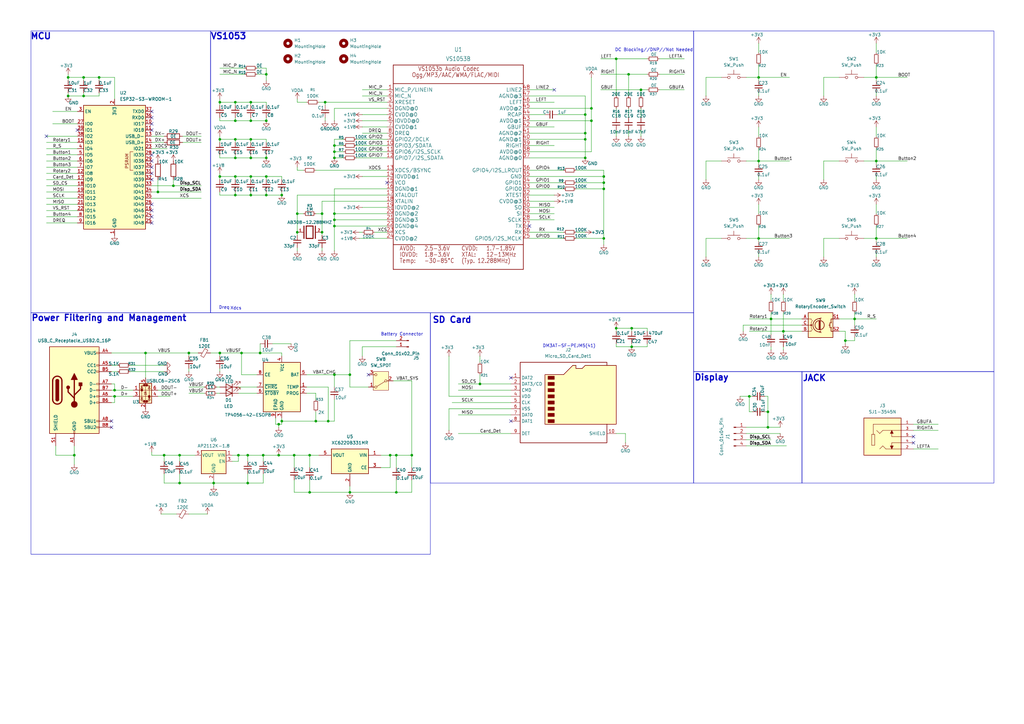
<source format=kicad_sch>
(kicad_sch (version 20250114) (generator "eeschema") (generator_version "9.0")
  (paper "A3")
  (rectangle (start 176.53 128.27) (end 284.48 198.12))
  (rectangle (start 328.93 152.4) (end 407.67 198.12))
  (rectangle (start 284.48 152.4) (end 328.93 198.12))
  (rectangle (start 284.48 12.7) (end 407.67 152.4))
  (rectangle (start 12.7 12.7) (end 86.36 128.27))
  (rectangle (start 12.7 128.27) (end 176.53 227.33))
  (rectangle (start 86.36 12.7) (end 284.48 128.27))
  (text "DM3AT-SF-PEJM5(41)" (at 233.426 141.986 0) (effects (font (size 1.27 1.27))))
  (text "Display" (at 291.846 154.94 0) (effects (font (size 2.54 2.54) (thickness 0.508) (bold yes))))
  (text "Battery Connector" (at 164.846 137.16 0) (effects (font (size 1.27 1.27))))
  (text "Dreq" (at 91.948 126.238 0) (effects (font (size 1.27 1.27))))
  (text "MCU" (at 16.764 14.986 0) (effects (font (size 2.54 2.54) (thickness 0.508) (bold yes))))
  (text "SD Card" (at 185.42 131.318 0) (effects (font (size 2.54 2.54) (thickness 0.508) (bold yes))))
  (text "DC Blocking//DNP//Not Needed" (at 268.224 20.574 0) (effects (font (size 1.27 1.27))))
  (text "Xdcs" (at 96.774 126.492 0) (effects (font (size 1.27 1.27))))
  (text "Power Filtering and Management" (at 44.704 130.556 0) (effects (font (size 2.54 2.54) (thickness 0.508) (bold yes))))
  (text "VS1053" (at 93.726 14.986 0) (effects (font (size 2.54 2.54) (thickness 0.508) (bold yes))))
  (text "JACK" (at 334.01 155.194 0) (effects (font (size 2.54 2.54) (thickness 0.508) (bold yes))))
  (junction (at 90.17 72.39))
  (junction (at 27.94 39.37))
  (junction (at 314.96 168.91))
  (junction (at 59.69 144.78))
  (junction (at 71.12 76.2))
  (junction (at 109.22 80.01))
  (junction (at 247.65 97.79))
  (junction (at 96.52 57.15))
  (junction (at 96.52 41.91))
  (junction (at 127 186.69))
  (junction (at 102.87 49.53))
  (junction (at 137.16 59.69))
  (junction (at 97.79 186.69))
  (junction (at 346.71 139.7))
  (junction (at 40.64 31.75))
  (junction (at 137.16 153.67))
  (junction (at 109.22 72.39))
  (junction (at 102.87 72.39))
  (junction (at 314.96 175.26))
  (junction (at 127 201.93))
  (junction (at 316.23 130.81))
  (junction (at 67.31 186.69))
  (junction (at 240.03 57.15))
  (junction (at 102.87 64.77))
  (junction (at 64.77 78.74))
  (junction (at 114.3 173.99))
  (junction (at 242.57 49.53))
  (junction (at 90.17 57.15))
  (junction (at 137.16 62.23))
  (junction (at 99.06 144.78))
  (junction (at 96.52 49.53))
  (junction (at 73.66 198.12))
  (junction (at 137.16 64.77))
  (junction (at 252.73 24.13))
  (junction (at 115.57 80.01))
  (junction (at 121.92 87.63))
  (junction (at 34.29 31.75))
  (junction (at 109.22 49.53))
  (junction (at 106.68 144.78))
  (junction (at 247.65 77.47))
  (junction (at 102.87 57.15))
  (junction (at 121.92 95.25))
  (junction (at 102.87 80.01))
  (junction (at 114.3 186.69))
  (junction (at 311.15 31.75))
  (junction (at 96.52 80.01))
  (junction (at 96.52 64.77))
  (junction (at 120.65 186.69))
  (junction (at 134.62 172.72))
  (junction (at 109.22 30.48))
  (junction (at 77.47 144.78))
  (junction (at 359.41 97.79))
  (junction (at 137.16 92.71))
  (junction (at 73.66 186.69))
  (junction (at 133.35 41.91))
  (junction (at 143.51 153.67))
  (junction (at 350.52 130.81))
  (junction (at 101.6 186.69))
  (junction (at 90.17 41.91))
  (junction (at 196.85 157.48))
  (junction (at 137.16 87.63))
  (junction (at 311.15 66.04))
  (junction (at 252.73 134.62))
  (junction (at 259.08 142.24))
  (junction (at 137.16 90.17))
  (junction (at 321.31 135.89))
  (junction (at 240.03 64.77))
  (junction (at 102.87 41.91))
  (junction (at 359.41 66.04))
  (junction (at 132.08 87.63))
  (junction (at 132.08 95.25))
  (junction (at 162.56 201.93))
  (junction (at 101.6 198.12))
  (junction (at 240.03 54.61))
  (junction (at 115.57 172.72))
  (junction (at 143.51 201.93))
  (junction (at 107.95 186.69))
  (junction (at 247.65 72.39))
  (junction (at 259.08 134.62))
  (junction (at 30.48 186.69))
  (junction (at 257.81 30.48))
  (junction (at 240.03 46.99))
  (junction (at 160.02 186.69))
  (junction (at 247.65 74.93))
  (junction (at 311.15 97.79))
  (junction (at 46.99 162.56))
  (junction (at 109.22 64.77))
  (junction (at 96.52 72.39))
  (junction (at 46.99 160.02))
  (junction (at 34.29 39.37))
  (junction (at 87.63 198.12))
  (junction (at 90.17 144.78))
  (junction (at 168.91 186.69))
  (junction (at 27.94 31.75))
  (junction (at 242.57 44.45))
  (junction (at 162.56 186.69))
  (junction (at 307.34 162.56))
  (junction (at 262.89 36.83))
  (junction (at 359.41 31.75))
  (junction (at 129.54 172.72))
  (no_connect (at 62.23 48.26))
  (no_connect (at 45.72 175.26))
  (no_connect (at 151.13 153.67))
  (no_connect (at 158.75 74.93))
  (no_connect (at 374.65 181.61))
  (no_connect (at 62.23 50.8))
  (no_connect (at 45.72 172.72))
  (no_connect (at 62.23 53.34))
  (no_connect (at 62.23 63.5))
  (no_connect (at 62.23 88.9))
  (no_connect (at 19.05 55.88))
  (no_connect (at 62.23 83.82))
  (no_connect (at 62.23 91.44))
  (no_connect (at 62.23 71.12))
  (no_connect (at 62.23 86.36))
  (no_connect (at 209.55 154.94))
  (no_connect (at 209.55 172.72))
  (no_connect (at 374.65 179.07))
  (no_connect (at 62.23 68.58))
  (no_connect (at 31.75 53.34))
  (no_connect (at 62.23 73.66))
  (no_connect (at 227.33 36.83))
  (no_connect (at 217.17 92.71))
  (no_connect (at 62.23 45.72))
  (no_connect (at 62.23 66.04))
  (wire (pts (xy 158.75 41.91) (xy 133.35 41.91)))
  (wire (pts (xy 311.15 31.75) (xy 311.15 26.67)))
  (wire (pts (xy 62.23 81.28) (xy 82.55 81.28)))
  (wire (pts (xy 359.41 38.1) (xy 359.41 39.37)))
  (wire (pts (xy 102.87 78.74) (xy 102.87 80.01)))
  (wire (pts (xy 162.56 186.69) (xy 160.02 186.69)))
  (wire (pts (xy 311.15 52.07) (xy 311.15 55.88)))
  (wire (pts (xy 252.73 24.13) (xy 252.73 39.37)))
  (wire (pts (xy 217.17 69.85) (xy 231.14 69.85)))
  (wire (pts (xy 105.41 153.67) (xy 99.06 153.67)))
  (wire (pts (xy 46.99 165.1) (xy 46.99 162.56)))
  (wire (pts (xy 236.22 97.79) (xy 247.65 97.79)))
  (wire (pts (xy 96.52 80.01) (xy 102.87 80.01)))
  (wire (pts (xy 27.94 39.37) (xy 27.94 38.1)))
  (wire (pts (xy 257.81 30.48) (xy 265.43 30.48)))
  (wire (pts (xy 114.3 173.99) (xy 114.3 175.26)))
  (wire (pts (xy 217.17 39.37) (xy 240.03 39.37)))
  (wire (pts (xy 113.03 173.99) (xy 114.3 173.99)))
  (wire (pts (xy 114.3 173.99) (xy 115.57 173.99)))
  (wire (pts (xy 46.99 31.75) (xy 40.64 31.75)))
  (wire (pts (xy 311.15 83.82) (xy 311.15 87.63)))
  (wire (pts (xy 115.57 72.39) (xy 115.57 73.66)))
  (wire (pts (xy 236.22 77.47) (xy 247.65 77.47)))
  (wire (pts (xy 246.38 24.13) (xy 252.73 24.13)))
  (wire (pts (xy 162.56 186.69) (xy 162.56 191.77)))
  (wire (pts (xy 344.17 66.04) (xy 337.82 66.04)))
  (wire (pts (xy 133.35 41.91) (xy 130.81 41.91)))
  (wire (pts (xy 121.92 87.63) (xy 121.92 95.25)))
  (wire (pts (xy 34.29 39.37) (xy 34.29 38.1)))
  (wire (pts (xy 307.34 130.81) (xy 316.23 130.81)))
  (wire (pts (xy 252.73 24.13) (xy 265.43 24.13)))
  (wire (pts (xy 102.87 72.39) (xy 109.22 72.39)))
  (wire (pts (xy 320.04 175.26) (xy 314.96 175.26)))
  (wire (pts (xy 19.05 91.44) (xy 31.75 91.44)))
  (wire (pts (xy 252.73 134.62) (xy 252.73 135.89)))
  (wire (pts (xy 134.62 172.72) (xy 129.54 172.72)))
  (wire (pts (xy 236.22 69.85) (xy 247.65 69.85)))
  (wire (pts (xy 359.41 97.79) (xy 359.41 92.71)))
  (wire (pts (xy 106.68 144.78) (xy 115.57 144.78)))
  (wire (pts (xy 217.17 62.23) (xy 242.57 62.23)))
  (wire (pts (xy 148.59 49.53) (xy 158.75 49.53)))
  (wire (pts (xy 45.72 144.78) (xy 59.69 144.78)))
  (wire (pts (xy 121.92 101.6) (xy 121.92 102.87)))
  (wire (pts (xy 62.23 60.96) (xy 68.58 60.96)))
  (wire (pts (xy 316.23 142.24) (xy 316.23 143.51)))
  (wire (pts (xy 344.17 97.79) (xy 337.82 97.79)))
  (wire (pts (xy 102.87 57.15) (xy 109.22 57.15)))
  (wire (pts (xy 321.31 128.27) (xy 321.31 135.89)))
  (wire (pts (xy 77.47 161.29) (xy 83.82 161.29)))
  (wire (pts (xy 77.47 158.75) (xy 83.82 158.75)))
  (wire (pts (xy 217.17 59.69) (xy 227.33 59.69)))
  (wire (pts (xy 96.52 57.15) (xy 102.87 57.15)))
  (wire (pts (xy 87.63 198.12) (xy 73.66 198.12)))
  (wire (pts (xy 217.17 95.25) (xy 231.14 95.25)))
  (wire (pts (xy 316.23 128.27) (xy 316.23 130.81)))
  (wire (pts (xy 247.65 74.93) (xy 247.65 77.47)))
  (wire (pts (xy 120.65 186.69) (xy 127 186.69)))
  (wire (pts (xy 137.16 87.63) (xy 137.16 90.17)))
  (wire (pts (xy 252.73 140.97) (xy 252.73 142.24)))
  (wire (pts (xy 96.52 49.53) (xy 102.87 49.53)))
  (wire (pts (xy 359.41 31.75) (xy 372.11 31.75)))
  (wire (pts (xy 252.73 44.45) (xy 252.73 48.26)))
  (wire (pts (xy 115.57 173.99) (xy 115.57 172.72)))
  (wire (pts (xy 90.17 27.94) (xy 100.33 27.94)))
  (wire (pts (xy 97.79 161.29) (xy 105.41 161.29)))
  (wire (pts (xy 71.12 73.66) (xy 71.12 76.2)))
  (wire (pts (xy 99.06 144.78) (xy 106.68 144.78)))
  (wire (pts (xy 59.69 144.78) (xy 59.69 154.94)))
  (wire (pts (xy 97.79 186.69) (xy 101.6 186.69)))
  (wire (pts (xy 359.41 97.79) (xy 359.41 99.06)))
  (wire (pts (xy 95.25 189.23) (xy 97.79 189.23)))
  (wire (pts (xy 45.72 152.4) (xy 48.26 152.4)))
  (wire (pts (xy 184.15 167.64) (xy 184.15 176.53)))
  (wire (pts (xy 262.89 53.34) (xy 262.89 55.88)))
  (wire (pts (xy 97.79 158.75) (xy 105.41 158.75)))
  (wire (pts (xy 19.05 60.96) (xy 31.75 60.96)))
  (wire (pts (xy 129.54 161.29) (xy 129.54 163.83)))
  (wire (pts (xy 306.07 97.79) (xy 311.15 97.79)))
  (wire (pts (xy 64.77 160.02) (xy 69.85 160.02)))
  (wire (pts (xy 187.96 170.18) (xy 209.55 170.18)))
  (wire (pts (xy 19.05 55.88) (xy 31.75 55.88)))
  (wire (pts (xy 124.46 69.85) (xy 121.92 69.85)))
  (wire (pts (xy 346.71 139.7) (xy 346.71 140.97)))
  (wire (pts (xy 354.33 31.75) (xy 359.41 31.75)))
  (wire (pts (xy 217.17 44.45) (xy 242.57 44.45)))
  (wire (pts (xy 257.81 53.34) (xy 257.81 55.88)))
  (wire (pts (xy 321.31 135.89) (xy 321.31 137.16)))
  (wire (pts (xy 67.31 194.31) (xy 67.31 198.12)))
  (wire (pts (xy 90.17 144.78) (xy 99.06 144.78)))
  (wire (pts (xy 102.87 57.15) (xy 102.87 58.42)))
  (wire (pts (xy 217.17 90.17) (xy 227.33 90.17)))
  (wire (pts (xy 101.6 198.12) (xy 107.95 198.12)))
  (wire (pts (xy 132.08 95.25) (xy 132.08 96.52)))
  (wire (pts (xy 228.6 46.99) (xy 240.03 46.99)))
  (wire (pts (xy 133.35 41.91) (xy 133.35 43.18)))
  (wire (pts (xy 374.65 184.15) (xy 384.81 184.15)))
  (wire (pts (xy 99.06 153.67) (xy 99.06 144.78)))
  (wire (pts (xy 359.41 31.75) (xy 359.41 33.02)))
  (wire (pts (xy 162.56 142.24) (xy 148.59 142.24)))
  (wire (pts (xy 19.05 88.9) (xy 31.75 88.9)))
  (wire (pts (xy 90.17 144.78) (xy 90.17 146.05)))
  (wire (pts (xy 350.52 139.7) (xy 346.71 139.7)))
  (wire (pts (xy 34.29 31.75) (xy 27.94 31.75)))
  (wire (pts (xy 101.6 186.69) (xy 107.95 186.69)))
  (wire (pts (xy 148.59 142.24) (xy 148.59 146.05)))
  (wire (pts (xy 107.95 186.69) (xy 114.3 186.69)))
  (wire (pts (xy 46.99 157.48) (xy 46.99 160.02)))
  (wire (pts (xy 21.59 45.72) (xy 31.75 45.72)))
  (wire (pts (xy 158.75 82.55) (xy 132.08 82.55)))
  (wire (pts (xy 146.05 57.15) (xy 158.75 57.15)))
  (wire (pts (xy 129.54 87.63) (xy 132.08 87.63)))
  (wire (pts (xy 27.94 30.48) (xy 27.94 31.75)))
  (wire (pts (xy 109.22 27.94) (xy 109.22 30.48)))
  (wire (pts (xy 252.73 134.62) (xy 259.08 134.62)))
  (wire (pts (xy 137.16 77.47) (xy 137.16 87.63)))
  (wire (pts (xy 314.96 162.56) (xy 313.69 162.56)))
  (wire (pts (xy 148.59 85.09) (xy 158.75 85.09)))
  (wire (pts (xy 137.16 59.69) (xy 140.97 59.69)))
  (wire (pts (xy 90.17 151.13) (xy 90.17 152.4)))
  (wire (pts (xy 46.99 160.02) (xy 54.61 160.02)))
  (wire (pts (xy 359.41 72.39) (xy 359.41 73.66)))
  (wire (pts (xy 105.41 30.48) (xy 109.22 30.48)))
  (wire (pts (xy 96.52 64.77) (xy 102.87 64.77)))
  (wire (pts (xy 120.65 191.77) (xy 120.65 186.69)))
  (wire (pts (xy 115.57 144.78) (xy 115.57 146.05)))
  (wire (pts (xy 247.65 77.47) (xy 247.65 97.79)))
  (wire (pts (xy 304.8 133.35) (xy 304.8 135.89)))
  (wire (pts (xy 106.68 144.78) (xy 106.68 140.97)))
  (wire (pts (xy 354.33 66.04) (xy 359.41 66.04)))
  (wire (pts (xy 162.56 201.93) (xy 143.51 201.93)))
  (wire (pts (xy 137.16 92.71) (xy 137.16 102.87)))
  (wire (pts (xy 67.31 198.12) (xy 73.66 198.12)))
  (wire (pts (xy 311.15 66.04) (xy 311.15 67.31)))
  (wire (pts (xy 344.17 130.81) (xy 350.52 130.81)))
  (wire (pts (xy 19.05 71.12) (xy 31.75 71.12)))
  (wire (pts (xy 350.52 130.81) (xy 359.41 130.81)))
  (wire (pts (xy 73.66 198.12) (xy 73.66 194.31)))
  (wire (pts (xy 95.25 186.69) (xy 97.79 186.69)))
  (wire (pts (xy 132.08 87.63) (xy 132.08 95.25)))
  (wire (pts (xy 160.02 191.77) (xy 160.02 186.69)))
  (wire (pts (xy 46.99 162.56) (xy 54.61 162.56)))
  (wire (pts (xy 101.6 186.69) (xy 101.6 189.23)))
  (wire (pts (xy 109.22 49.53) (xy 109.22 48.26)))
  (wire (pts (xy 217.17 57.15) (xy 240.03 57.15)))
  (wire (pts (xy 137.16 57.15) (xy 137.16 59.69)))
  (wire (pts (xy 374.65 173.99) (xy 384.81 173.99)))
  (wire (pts (xy 240.03 54.61) (xy 240.03 57.15)))
  (wire (pts (xy 209.55 157.48) (xy 196.85 157.48)))
  (wire (pts (xy 247.65 97.79) (xy 247.65 100.33)))
  (wire (pts (xy 148.59 72.39) (xy 158.75 72.39)))
  (wire (pts (xy 217.17 46.99) (xy 223.52 46.99)))
  (wire (pts (xy 217.17 85.09) (xy 227.33 85.09)))
  (wire (pts (xy 359.41 52.07) (xy 359.41 55.88)))
  (wire (pts (xy 217.17 52.07) (xy 227.33 52.07)))
  (wire (pts (xy 90.17 30.48) (xy 100.33 30.48)))
  (wire (pts (xy 344.17 135.89) (xy 346.71 135.89)))
  (wire (pts (xy 270.51 30.48) (xy 280.67 30.48)))
  (wire (pts (xy 289.56 97.79) (xy 289.56 105.41)))
  (wire (pts (xy 359.41 66.04) (xy 359.41 67.31)))
  (wire (pts (xy 209.55 167.64) (xy 184.15 167.64)))
  (wire (pts (xy 308.61 162.56) (xy 307.34 162.56)))
  (wire (pts (xy 187.96 177.8) (xy 209.55 177.8)))
  (wire (pts (xy 86.36 144.78) (xy 90.17 144.78)))
  (wire (pts (xy 96.52 41.91) (xy 102.87 41.91)))
  (wire (pts (xy 19.05 86.36) (xy 31.75 86.36)))
  (wire (pts (xy 313.69 168.91) (xy 314.96 168.91)))
  (wire (pts (xy 246.38 36.83) (xy 262.89 36.83)))
  (wire (pts (xy 187.96 157.48) (xy 196.85 157.48)))
  (wire (pts (xy 101.6 198.12) (xy 87.63 198.12)))
  (wire (pts (xy 137.16 64.77) (xy 140.97 64.77)))
  (wire (pts (xy 217.17 77.47) (xy 231.14 77.47)))
  (wire (pts (xy 217.17 74.93) (xy 231.14 74.93)))
  (wire (pts (xy 137.16 153.67) (xy 143.51 153.67)))
  (wire (pts (xy 90.17 40.64) (xy 90.17 41.91)))
  (wire (pts (xy 90.17 80.01) (xy 96.52 80.01)))
  (wire (pts (xy 19.05 73.66) (xy 31.75 73.66)))
  (wire (pts (xy 246.38 30.48) (xy 257.81 30.48)))
  (wire (pts (xy 121.92 95.25) (xy 121.92 96.52)))
  (wire (pts (xy 304.8 133.35) (xy 328.93 133.35)))
  (wire (pts (xy 337.82 66.04) (xy 337.82 73.66)))
  (wire (pts (xy 240.03 57.15) (xy 240.03 64.77)))
  (wire (pts (xy 252.73 53.34) (xy 252.73 55.88)))
  (wire (pts (xy 109.22 80.01) (xy 109.22 78.74)))
  (wire (pts (xy 109.22 57.15) (xy 109.22 58.42)))
  (wire (pts (xy 137.16 62.23) (xy 140.97 62.23)))
  (wire (pts (xy 107.95 186.69) (xy 107.95 189.23)))
  (wire (pts (xy 217.17 97.79) (xy 231.14 97.79)))
  (wire (pts (xy 90.17 63.5) (xy 90.17 64.77)))
  (wire (pts (xy 137.16 90.17) (xy 158.75 90.17)))
  (wire (pts (xy 242.57 44.45) (xy 242.57 49.53)))
  (wire (pts (xy 359.41 104.14) (xy 359.41 105.41)))
  (wire (pts (xy 209.55 162.56) (xy 184.15 162.56)))
  (wire (pts (xy 289.56 66.04) (xy 289.56 73.66)))
  (wire (pts (xy 73.66 189.23) (xy 73.66 186.69)))
  (wire (pts (xy 109.22 72.39) (xy 109.22 73.66)))
  (wire (pts (xy 45.72 160.02) (xy 46.99 160.02)))
  (wire (pts (xy 307.34 168.91) (xy 308.61 168.91)))
  (wire (pts (xy 73.66 186.69) (xy 67.31 186.69)))
  (wire (pts (xy 21.59 50.8) (xy 31.75 50.8)))
  (wire (pts (xy 132.08 82.55) (xy 132.08 87.63)))
  (wire (pts (xy 125.73 153.67) (xy 137.16 153.67)))
  (wire (pts (xy 115.57 78.74) (xy 115.57 80.01)))
  (wire (pts (xy 96.52 72.39) (xy 96.52 73.66)))
  (wire (pts (xy 90.17 41.91) (xy 90.17 43.18)))
  (wire (pts (xy 311.15 72.39) (xy 311.15 73.66)))
  (wire (pts (xy 64.77 162.56) (xy 69.85 162.56)))
  (wire (pts (xy 90.17 57.15) (xy 90.17 58.42)))
  (wire (pts (xy 359.41 66.04) (xy 359.41 60.96)))
  (wire (pts (xy 143.51 153.67) (xy 143.51 158.75)))
  (wire (pts (xy 311.15 17.78) (xy 311.15 21.59)))
  (wire (pts (xy 196.85 148.59) (xy 196.85 146.05)))
  (wire (pts (xy 129.54 172.72) (xy 115.57 172.72)))
  (wire (pts (xy 184.15 162.56) (xy 184.15 146.05)))
  (wire (pts (xy 90.17 49.53) (xy 96.52 49.53)))
  (wire (pts (xy 45.72 162.56) (xy 46.99 162.56)))
  (wire (pts (xy 217.17 87.63) (xy 227.33 87.63)))
  (wire (pts (xy 311.15 38.1) (xy 311.15 39.37)))
  (wire (pts (xy 19.05 83.82) (xy 31.75 83.82)))
  (wire (pts (xy 240.03 46.99) (xy 240.03 54.61)))
  (wire (pts (xy 153.67 95.25) (xy 158.75 95.25)))
  (wire (pts (xy 125.73 161.29) (xy 129.54 161.29)))
  (wire (pts (xy 90.17 72.39) (xy 90.17 73.66)))
  (wire (pts (xy 45.72 149.86) (xy 48.26 149.86)))
  (wire (pts (xy 265.43 140.97) (xy 265.43 142.24)))
  (wire (pts (xy 265.43 142.24) (xy 259.08 142.24)))
  (wire (pts (xy 137.16 59.69) (xy 137.16 62.23)))
  (wire (pts (xy 259.08 134.62) (xy 259.08 135.89)))
  (wire (pts (xy 53.34 152.4) (xy 67.31 152.4)))
  (wire (pts (xy 350.52 130.81) (xy 350.52 133.35)))
  (wire (pts (xy 62.23 186.69) (xy 62.23 185.42)))
  (wire (pts (xy 346.71 135.89) (xy 346.71 139.7)))
  (wire (pts (xy 252.73 177.8) (xy 256.54 177.8)))
  (wire (pts (xy 289.56 31.75) (xy 289.56 39.37)))
  (wire (pts (xy 59.69 144.78) (xy 77.47 144.78)))
  (wire (pts (xy 127 186.69) (xy 130.81 186.69)))
  (wire (pts (xy 314.96 168.91) (xy 314.96 162.56)))
  (wire (pts (xy 262.89 44.45) (xy 262.89 48.26)))
  (wire (pts (xy 121.92 69.85) (xy 121.92 68.58)))
  (wire (pts (xy 101.6 194.31) (xy 101.6 198.12)))
  (wire (pts (xy 88.9 158.75) (xy 90.17 158.75)))
  (wire (pts (xy 354.33 97.79) (xy 359.41 97.79)))
  (wire (pts (xy 137.16 163.83) (xy 137.16 172.72)))
  (wire (pts (xy 19.05 58.42) (xy 31.75 58.42)))
  (wire (pts (xy 262.89 36.83) (xy 265.43 36.83)))
  (wire (pts (xy 88.9 161.29) (xy 90.17 161.29)))
  (wire (pts (xy 256.54 177.8) (xy 256.54 181.61)))
  (wire (pts (xy 87.63 198.12) (xy 87.63 196.85)))
  (wire (pts (xy 217.17 80.01) (xy 227.33 80.01)))
  (wire (pts (xy 158.75 77.47) (xy 137.16 77.47)))
  (wire (pts (xy 162.56 196.85) (xy 162.56 201.93)))
  (wire (pts (xy 102.87 41.91) (xy 109.22 41.91)))
  (wire (pts (xy 311.15 66.04) (xy 311.15 60.96)))
  (wire (pts (xy 102.87 80.01) (xy 109.22 80.01)))
  (wire (pts (xy 77.47 210.82) (xy 85.09 210.82)))
  (wire (pts (xy 168.91 196.85) (xy 168.91 201.93)))
  (wire (pts (xy 137.16 90.17) (xy 137.16 92.71)))
  (wire (pts (xy 90.17 48.26) (xy 90.17 49.53)))
  (wire (pts (xy 19.05 76.2) (xy 31.75 76.2)))
  (wire (pts (xy 27.94 39.37) (xy 34.29 39.37)))
  (wire (pts (xy 127 201.93) (xy 127 196.85)))
  (wire (pts (xy 73.66 186.69) (xy 80.01 186.69)))
  (wire (pts (xy 240.03 39.37) (xy 240.03 46.99)))
  (wire (pts (xy 242.57 31.75) (xy 242.57 44.45)))
  (wire (pts (xy 109.22 80.01) (xy 115.57 80.01)))
  (wire (pts (xy 148.59 52.07) (xy 158.75 52.07)))
  (wire (pts (xy 143.51 201.93) (xy 127 201.93)))
  (wire (pts (xy 90.17 78.74) (xy 90.17 80.01)))
  (wire (pts (xy 236.22 95.25) (xy 240.03 95.25)))
  (wire (pts (xy 40.64 31.75) (xy 40.64 33.02)))
  (wire (pts (xy 306.07 177.8) (xy 320.04 177.8)))
  (wire (pts (xy 311.15 97.79) (xy 311.15 99.06)))
  (wire (pts (xy 187.96 160.02) (xy 209.55 160.02)))
  (wire (pts (xy 62.23 58.42) (xy 67.31 58.42)))
  (wire (pts (xy 321.31 120.65) (xy 321.31 123.19)))
  (wire (pts (xy 77.47 151.13) (xy 77.47 152.4)))
  (wire (pts (xy 259.08 140.97) (xy 259.08 142.24)))
  (wire (pts (xy 270.51 24.13) (xy 280.67 24.13)))
  (wire (pts (xy 148.59 54.61) (xy 158.75 54.61)))
  (wire (pts (xy 67.31 186.69) (xy 62.23 186.69)))
  (wire (pts (xy 316.23 120.65) (xy 316.23 123.19)))
  (wire (pts (xy 147.32 97.79) (xy 158.75 97.79)))
  (wire (pts (xy 114.3 186.69) (xy 120.65 186.69)))
  (wire (pts (xy 143.51 139.7) (xy 143.51 153.67)))
  (wire (pts (xy 295.91 31.75) (xy 289.56 31.75)))
  (wire (pts (xy 105.41 27.94) (xy 109.22 27.94)))
  (wire (pts (xy 74.93 58.42) (xy 82.55 58.42)))
  (wire (pts (xy 148.59 39.37) (xy 158.75 39.37)))
  (wire (pts (xy 40.64 31.75) (xy 34.29 31.75)))
  (wire (pts (xy 337.82 31.75) (xy 337.82 39.37)))
  (wire (pts (xy 113.03 171.45) (xy 113.03 173.99)))
  (wire (pts (xy 30.48 186.69) (xy 30.48 190.5)))
  (wire (pts (xy 46.99 31.75) (xy 46.99 40.64)))
  (wire (pts (xy 90.17 64.77) (xy 96.52 64.77)))
  (wire (pts (xy 96.52 78.74) (xy 96.52 80.01)))
  (wire (pts (xy 137.16 44.45) (xy 137.16 49.53)))
  (wire (pts (xy 121.92 87.63) (xy 124.46 87.63)))
  (wire (pts (xy 19.05 81.28) (xy 31.75 81.28)))
  (wire (pts (xy 217.17 41.91) (xy 227.33 41.91)))
  (wire (pts (xy 62.23 78.74) (xy 64.77 78.74)))
  (wire (pts (xy 109.22 41.91) (xy 109.22 43.18)))
  (wire (pts (xy 137.16 153.67) (xy 137.16 158.75)))
  (wire (pts (xy 96.52 72.39) (xy 102.87 72.39)))
  (wire (pts (xy 217.17 72.39) (xy 247.65 72.39)))
  (wire (pts (xy 168.91 201.93) (xy 162.56 201.93)))
  (wire (pts (xy 158.75 80.01) (xy 121.92 80.01)))
  (wire (pts (xy 161.29 156.21) (xy 168.91 156.21)))
  (wire (pts (xy 90.17 41.91) (xy 96.52 41.91)))
  (wire (pts (xy 30.48 182.88) (xy 30.48 186.69)))
  (wire (pts (xy 102.87 72.39) (xy 102.87 73.66)))
  (wire (pts (xy 77.47 144.78) (xy 81.28 144.78)))
  (wire (pts (xy 102.87 63.5) (xy 102.87 64.77)))
  (wire (pts (xy 147.32 95.25) (xy 148.59 95.25)))
  (wire (pts (xy 19.05 78.74) (xy 31.75 78.74)))
  (wire (pts (xy 137.16 172.72) (xy 134.62 172.72)))
  (wire (pts (xy 168.91 156.21) (xy 168.91 186.69)))
  (wire (pts (xy 96.52 48.26) (xy 96.52 49.53)))
  (wire (pts (xy 111.76 140.97) (xy 119.38 140.97)))
  (wire (pts (xy 158.75 69.85) (xy 129.54 69.85)))
  (wire (pts (xy 67.31 186.69) (xy 67.31 189.23)))
  (wire (pts (xy 34.29 39.37) (xy 40.64 39.37)))
  (wire (pts (xy 270.51 36.83) (xy 280.67 36.83)))
  (wire (pts (xy 316.23 130.81) (xy 316.23 137.16)))
  (wire (pts (xy 259.08 134.62) (xy 265.43 134.62)))
  (wire (pts (xy 90.17 57.15) (xy 96.52 57.15)))
  (wire (pts (xy 102.87 41.91) (xy 102.87 43.18)))
  (wire (pts (xy 311.15 97.79) (xy 311.15 92.71)))
  (wire (pts (xy 321.31 142.24) (xy 321.31 143.51)))
  (wire (pts (xy 350.52 138.43) (xy 350.52 139.7)))
  (wire (pts (xy 109.22 72.39) (xy 115.57 72.39)))
  (wire (pts (xy 311.15 31.75) (xy 311.15 33.02)))
  (wire (pts (xy 66.04 210.82) (xy 72.39 210.82)))
  (wire (pts (xy 19.05 68.58) (xy 31.75 68.58)))
  (wire (pts (xy 185.42 165.1) (xy 209.55 165.1)))
  (wire (pts (xy 137.16 92.71) (xy 158.75 92.71)))
  (wire (pts (xy 217.17 49.53) (xy 242.57 49.53)))
  (wire (pts (xy 252.73 142.24) (xy 259.08 142.24)))
  (wire (pts (xy 107.95 198.12) (xy 107.95 194.31)))
  (wire (pts (xy 125.73 41.91) (xy 121.92 41.91)))
  (wire (pts (xy 143.51 199.39) (xy 143.51 201.93)))
  (wire (pts (xy 102.87 64.77) (xy 109.22 64.77)))
  (wire (pts (xy 96.52 57.15) (xy 96.52 58.42)))
  (wire (pts (xy 90.17 71.12) (xy 90.17 72.39)))
  (wire (pts (xy 236.22 74.93) (xy 247.65 74.93)))
  (wire (pts (xy 265.43 134.62) (xy 265.43 135.89)))
  (wire (pts (xy 137.16 57.15) (xy 140.97 57.15)))
  (wire (pts (xy 40.64 39.37) (xy 40.64 38.1)))
  (wire (pts (xy 121.92 41.91) (xy 121.92 40.64)))
  (wire (pts (xy 311.15 104.14) (xy 311.15 105.41)))
  (wire (pts (xy 53.34 149.86) (xy 67.31 149.86)))
  (wire (pts (xy 306.07 31.75) (xy 311.15 31.75)))
  (wire (pts (xy 321.31 135.89) (xy 328.93 135.89)))
  (wire (pts (xy 125.73 158.75) (xy 134.62 158.75)))
  (wire (pts (xy 90.17 72.39) (xy 96.52 72.39)))
  (wire (pts (xy 359.41 66.04) (xy 372.11 66.04)))
  (wire (pts (xy 257.81 44.45) (xy 257.81 48.26)))
  (wire (pts (xy 109.22 64.77) (xy 109.22 63.5)))
  (wire (pts (xy 148.59 46.99) (xy 158.75 46.99)))
  (wire (pts (xy 115.57 172.72) (xy 115.57 171.45)))
  (wire (pts (xy 257.81 30.48) (xy 257.81 39.37)))
  (wire (pts (xy 97.79 189.23) (xy 97.79 186.69)))
  (wire (pts (xy 306.07 180.34) (xy 316.23 180.34)))
  (wire (pts (xy 307.34 162.56) (xy 307.34 168.91)))
  (wire (pts (xy 303.53 162.56) (xy 307.34 162.56)))
  (wire (pts (xy 121.92 80.01) (xy 121.92 87.63)))
  (wire (pts (xy 62.23 76.2) (xy 71.12 76.2)))
  (wire (pts (xy 217.17 82.55) (xy 227.33 82.55)))
  (wire (pts (xy 314.96 168.91) (xy 314.96 175.26)))
  (wire (pts (xy 350.52 128.27) (xy 350.52 130.81)))
  (wire (pts (xy 146.05 62.23) (xy 158.75 62.23)))
  (wire (pts (xy 311.15 31.75) (xy 323.85 31.75)))
  (wire (pts (xy 133.35 48.26) (xy 133.35 49.53)))
  (wire (pts (xy 132.08 101.6) (xy 132.08 102.87)))
  (wire (pts (xy 217.17 54.61) (xy 240.03 54.61)))
  (wire (pts (xy 27.94 31.75) (xy 27.94 33.02)))
  (wire (pts (xy 295.91 66.04) (xy 289.56 66.04)))
  (wire (pts (xy 295.91 97.79) (xy 289.56 97.79)))
  (wire (pts (xy 127 191.77) (xy 127 186.69)))
  (wire (pts (xy 337.82 97.79) (xy 337.82 105.41)))
  (wire (pts (xy 247.65 69.85) (xy 247.65 72.39)))
  (wire (pts (xy 137.16 62.23) (xy 137.16 64.77)))
  (wire (pts (xy 90.17 55.88) (xy 90.17 57.15)))
  (wire (pts (xy 137.16 87.63) (xy 158.75 87.63)))
  (wire (pts (xy 96.52 63.5) (xy 96.52 64.77)))
  (wire (pts (xy 350.52 120.65) (xy 350.52 123.19)))
  (wire (pts (xy 45.72 165.1) (xy 46.99 165.1)))
  (wire (pts (xy 148.59 36.83) (xy 158.75 36.83)))
  (wire (pts (xy 74.93 55.88) (xy 82.55 55.88)))
  (wire (pts (xy 22.86 186.69) (xy 30.48 186.69)))
  (wire (pts (xy 262.89 36.83) (xy 262.89 39.37)))
  (wire (pts (xy 306.07 182.88) (xy 322.58 182.88)))
  (wire (pts (xy 306.07 66.04) (xy 311.15 66.04)))
  (wire (pts (xy 359.41 31.75) (xy 359.41 26.67)))
  (wire (pts (xy 77.47 144.78) (xy 77.47 146.05)))
  (wire (pts (xy 311.15 66.04) (xy 323.85 66.04)))
  (wire (pts (xy 146.05 59.69) (xy 158.75 59.69)))
  (wire (pts (xy 96.52 41.91) (xy 96.52 43.18)))
  (wire (pts (xy 19.05 66.04) (xy 31.75 66.04)))
  (wire (pts (xy 129.54 168.91) (xy 129.54 172.72)))
  (wire (pts (xy 34.29 31.75) (xy 34.29 33.02)))
  (wire (pts (xy 196.85 157.48) (xy 196.85 153.67)))
  (wire (pts (xy 156.21 191.77) (xy 160.02 191.77)))
  (wire (pts (xy 307.34 135.89) (xy 321.31 135.89)))
  (wire (pts (xy 22.86 182.88) (xy 22.86 186.69)))
  (wire (pts (xy 109.22 30.48) (xy 109.22 33.02)))
  (wire (pts (xy 71.12 76.2) (xy 82.55 76.2)))
  (wire (pts (xy 344.17 31.75) (xy 337.82 31.75)))
  (wire (pts (xy 242.57 49.53) (xy 242.57 62.23)))
  (wire (pts (xy 247.65 72.39) (xy 247.65 74.93)))
  (wire (pts (xy 359.41 17.78) (xy 359.41 21.59)))
  (wire (pts (xy 120.65 201.93) (xy 120.65 196.85)))
  (wire (pts (xy 64.77 73.66) (xy 64.77 78.74)))
  (wire (pts (xy 146.05 64.77) (xy 158.75 64.77)))
  (wire (pts (xy 359.41 83.82) (xy 359.41 87.63)))
  (wire (pts (xy 311.15 97.79) (xy 323.85 97.79)))
  (wire (pts (xy 45.72 157.48) (xy 46.99 157.48)))
  (wire (pts (xy 217.17 64.77) (xy 240.03 64.77)))
  (wire (pts (xy 168.91 186.69) (xy 162.56 186.69)))
  (wire (pts (xy 102.87 49.53) (xy 109.22 49.53)))
  (wire (pts (xy 134.62 158.75) (xy 134.62 172.72)))
  (wire (pts (xy 374.65 176.53) (xy 384.81 176.53)))
  (wire (pts (xy 162.56 139.7) (xy 143.51 139.7)))
  (wire (pts (xy 143.51 158.75) (xy 151.13 158.75)))
  (wire (pts (xy 19.05 63.5) (xy 31.75 63.5)))
  (wire (pts (xy 217.17 36.83) (xy 227.33 36.83)))
  (wire (pts (xy 64.77 78.74) (xy 82.55 78.74)))
  (wire (pts (xy 314.96 175.26) (xy 306.07 175.26)))
  (wire (pts (xy 168.91 186.69) (xy 168.91 191.77)))
  (wire (pts (xy 127 201.93) (xy 120.65 201.93)))
  (wire (pts (xy 359.41 97.79) (xy 372.11 97.79)))
  (wire (pts (xy 160.02 186.69) (xy 156.21 186.69)))
  (wire (pts (xy 158.75 44.45) (xy 137.16 44.45)))
  (wire (pts (xy 316.23 130.81) (xy 328.93 130.81)))
  (wire (pts (xy 62.23 55.88) (xy 67.31 55.88)))
  (wire (pts (xy 87.63 199.39) (xy 87.63 198.12)))
  (wire (pts (xy 102.87 48.26) (xy 102.87 49.53)))
  (label "GBUFA" (at 274.32 36.83 0))
  (label "GPIO5" (at 219.71 97.79 0))
  (label "DOUT+" (at 66.04 162.56 0))
  (label "VBUSF" (at 77.47 161.29 0))
  (label "GBUF" (at 219.71 52.07 0))
  (label "RIGHTA" (at 375.92 176.53 0))
  (label "GPIO7" (at 151.13 64.77 0))
  (label "Button1" (at 21.59 63.5 0))
  (label "BOOT" (at 368.3 31.75 0))
  (label "VS_RST" (at 151.13 41.91 0))
  (label "Button2" (at 368.3 66.04 0))
  (label "BOOT" (at 25.4 50.8 0))
  (label "Button3" (at 317.5 97.79 0))
  (label "XCS" (at 73.66 81.28 0))
  (label "EN" (at 320.04 31.75 0))
  (label "LEFT" (at 246.38 24.13 0))
  (label "MIC_N" (at 91.44 30.48 0))
  (label "Button4" (at 21.59 88.9 0))
  (label "Button4" (at 368.3 97.79 0))
  (label "DOUT-" (at 66.04 160.02 0))
  (label "LEFT" (at 219.71 41.91 0))
  (label "VBUS" (at 64.77 144.78 0))
  (label "DREQ" (at 151.13 54.61 0))
  (label "DREQ" (at 21.59 91.44 0))
  (label "GPIO3" (at 151.13 59.69 0))
  (label "Disp_SDA" (at 73.66 78.74 0) (effects (font (thickness 0.254) (bold yes))))
  (label "DOUT-" (at 76.2 55.88 0))
  (label "SCLK" (at 220.98 90.17 0))
  (label "DX-" (at 63.5 55.88 0))
  (label "MISO" (at 220.98 85.09 0))
  (label "Disp_SDA" (at 307.34 182.88 0) (effects (font (thickness 0.254) (bold yes))))
  (label "Rotary2" (at 307.34 135.89 0))
  (label "Card_Det" (at 21.59 73.66 0))
  (label "SCLK" (at 189.23 165.1 0))
  (label "EN" (at 26.67 45.72 0))
  (label "RIGHTA" (at 274.32 30.48 0))
  (label "VBAT_CHG" (at 128.27 153.67 0))
  (label "R_S" (at 21.59 60.96 0))
  (label "XDCS" (at 151.13 69.85 0))
  (label "R_S" (at 355.6 130.81 0))
  (label "GPIO2" (at 151.13 57.15 0))
  (label "Button1" (at 317.5 66.04 0))
  (label "VS_RST" (at 21.59 86.36 0))
  (label "MOSI" (at 21.59 78.74 0))
  (label "VBUSF" (at 92.71 144.78 0))
  (label "Rotary2" (at 21.59 71.12 0))
  (label "Card_Det" (at 196.85 177.8 0))
  (label "VBAT_SYS" (at 162.56 156.21 0))
  (label "SCLK" (at 21.59 81.28 0))
  (label "DX+" (at 63.5 58.42 0))
  (label "Disp_SCL" (at 307.34 180.34 0) (effects (font (thickness 0.254) (bold yes))))
  (label "SD_CS" (at 21.59 76.2 0))
  (label "MISO" (at 21.59 83.82 0))
  (label "MOSI" (at 220.98 87.63 0))
  (label "XCS" (at 154.94 95.25 0))
  (label "GBUF" (at 246.38 36.83 0))
  (label "RIGHT" (at 219.71 59.69 0))
  (label "Button2" (at 21.59 66.04 0))
  (label "DOUT+" (at 76.2 58.42 0))
  (label "XDCS" (at 63.5 60.96 0))
  (label "MIC_P" (at 151.13 36.83 0))
  (label "D-" (at 49.53 160.02 0))
  (label "MIC_N" (at 151.13 39.37 0))
  (label "Disp_SCL" (at 73.66 76.2 0) (effects (font (thickness 0.254) (bold yes))))
  (label "GPIO0" (at 219.71 77.47 0))
  (label "RIGHT" (at 246.38 30.48 0))
  (label "Button3" (at 21.59 68.58 0))
  (label "MOSI" (at 189.23 160.02 0))
  (label "MIC_P" (at 91.44 27.94 0))
  (label "LEFTA" (at 375.92 184.15 0))
  (label "GPIO6" (at 151.13 62.23 0))
  (label "GPIO4" (at 219.71 69.85 0))
  (label "VBUSF" (at 77.47 158.75 0))
  (label "RX" (at 220.98 95.25 0))
  (label "Rotary1" (at 307.34 130.81 0))
  (label "LEFTA" (at 274.32 24.13 0))
  (label "LINE2" (at 219.71 36.83 0))
  (label "GBUFA" (at 375.92 173.99 0))
  (label "MISO" (at 189.23 170.18 0))
  (label "SD_CS" (at 189.23 157.48 0))
  (label "D+" (at 49.53 162.56 0))
  (label "Rotary1" (at 21.59 58.42 0))
  (label "GPIO1" (at 219.71 74.93 0))
  (symbol (lib_id "power:GND") (at 67.31 149.86 90) (unit 1)
    (property "Reference" "#PWR068" (effects (hide yes)))
    (property "Value" "GND" (at 66.548 149.098 90))
    (property "Description" "Power symbol creates a global label with name \"GND\" , ground" (effects (hide yes)))
  )
  (symbol (lib_id "power:VDDA") (at 321.31 120.65 0) (unit 1)
    (property "Reference" "#PWR084" (effects (hide yes)))
    (property "Value" "+3V3" (at 320.548 117.094 0))
    (property "Description" "Power symbol creates a global label with name \"VDDA\"" (effects (hide yes)))
  )
  (symbol (lib_id "power:GND") (at 109.22 64.77 0) (unit 1)
    (property "Reference" "#PWR029" (effects (hide yes)))
    (property "Value" "GND" (at 109.22 68.072 0))
    (property "Description" "Power symbol creates a global label with name \"GND\" , ground" (effects (hide yes)))
  )
  (symbol (lib_id "power:GND") (at 27.94 39.37 0) (unit 1)
    (property "Reference" "#PWR061" (effects (hide yes)))
    (property "Value" "GND" (at 30.226 42.164 0))
    (property "Description" "Power symbol creates a global label with name \"GND\" , ground" (effects (hide yes)))
  )
  (symbol (lib_id "power:GND") (at 184.15 176.53 0) (unit 1)
    (property "Reference" "#PWR033" (effects (hide yes)))
    (property "Value" "GND" (at 184.15 179.832 0))
    (property "Description" "Power symbol creates a global label with name \"GND\" , ground" (effects (hide yes)))
  )
  (symbol (lib_id "power:GND") (at 252.73 55.88 0) (unit 1)
    (property "Reference" "#PWR018" (effects (hide yes)))
    (property "Value" "GND" (at 252.73 59.436 0))
    (property "Description" "Power symbol creates a global label with name \"GND\" , ground" (effects (hide yes)))
  )
  (symbol (lib_id "power:GND") (at 46.99 96.52 0) (unit 1)
    (property "Reference" "#PWR065" (effects (hide yes)))
    (property "Value" "GND" (at 46.99 99.822 0))
    (property "Description" "Power symbol creates a global label with name \"GND\" , ground" (effects (hide yes)))
  )
  (symbol (lib_id "power:+3.3V") (at 90.17 71.12 0) (unit 1)
    (property "Reference" "#PWR025" (effects (hide yes)))
    (property "Value" "+1V8" (at 86.868 67.818 0) (effects (justify left)))
    (property "Description" "Power symbol creates a global label with name \"+3.3V\"" (effects (hide yes)))
  )
  (symbol (lib_id "Device:R_Small") (at 233.68 95.25 270) (unit 1)
    (property "Reference" "R12" (at 229.87 93.98 90) (effects (font (size 1.016 1.016))))
    (property "Value" "100K" (at 238.252 94.234 90))
    (property "Footprint" "Resistor_SMD:R_0603_1608Metric" (effects (hide yes)))
    (property "Description" "Resistor, small symbol" (effects (hide yes)))
  )
  (symbol (lib_id "Switch:SW_Push") (at 300.99 97.79 0) (unit 1)
    (property "Reference" "SW5" (at 300.99 90.17 0))
    (property "Value" "SW_Push" (at 300.99 92.71 0))
    (property "Footprint" "Button_Switch_THT:SW_Tactile_SPST_Angled_PTS645Vx58-2LFS" (effects (hide yes)))
    (property "Description" "Push button switch, generic, two pins" (effects (hide yes)))
  )
  (symbol (lib_id "Device:C_Small") (at 90.17 45.72 180) (unit 1)
    (property "Reference" "C5" (at 93.218 47.244 0) (effects (justify left)))
    (property "Value" "10uF" (at 95.25 43.942 0) (effects (justify left)))
    (property "Footprint" "Capacitor_SMD:C_0603_1608Metric" (effects (hide yes)))
    (property "Description" "Unpolarized capacitor, small symbol" (effects (hide yes)))
  )
  (symbol (lib_id "Device:FerriteBead_Small") (at 83.82 144.78 90) (unit 1)
    (property "Reference" "FB1" (at 83.82 139.446 90))
    (property "Value" "120E" (at 83.82 141.986 90))
    (property "Footprint" "Resistor_SMD:R_0603_1608Metric" (effects (hide yes)))
    (property "Description" "Ferrite bead, small symbol" (effects (hide yes)))
  )
  (symbol (lib_id "power:GND") (at 262.89 55.88 0) (unit 1)
    (property "Reference" "#PWR031" (effects (hide yes)))
    (property "Value" "GND" (at 262.89 59.436 0))
    (property "Description" "Power symbol creates a global label with name \"GND\" , ground" (effects (hide yes)))
  )
  (symbol (lib_id "power:GND") (at 109.22 33.02 0) (unit 1)
    (property "Reference" "#PWR021" (effects (hide yes)))
    (property "Value" "GND" (at 109.22 36.322 0))
    (property "Description" "Power symbol creates a global label with name \"GND\" , ground" (effects (hide yes)))
  )
  (symbol (lib_id "Device:R") (at 71.12 55.88 90) (unit 1)
    (property "Reference" "R29" (at 71.12 53.848 90))
    (property "Value" "0E" (at 71.12 55.88 90))
    (property "Footprint" "Resistor_SMD:R_0603_1608Metric" (effects (hide yes)))
    (property "Description" "Resistor" (effects (hide yes)))
  )
  (symbol (lib_id "Device:C_Small") (at 107.95 191.77 0) (unit 1)
    (property "Reference" "C44" (at 107.95 189.992 0) (effects (justify left)))
    (property "Value" "10uF" (at 107.95 193.294 0) (effects (justify left)))
    (property "Footprint" "Capacitor_SMD:C_0603_1608Metric" (effects (hide yes)))
    (property "Description" "Unpolarized capacitor, small symbol" (effects (hide yes)))
  )
  (symbol (lib_id "power:GND") (at 359.41 73.66 0) (unit 1)
    (property "Reference" "#PWR050" (effects (hide yes)))
    (property "Value" "GND" (at 359.41 76.962 0))
    (property "Description" "Power symbol creates a global label with name \"GND\" , ground" (effects (hide yes)))
  )
  (symbol (lib_id "Device:C_Small") (at 120.65 194.31 0) (unit 1)
    (property "Reference" "C42" (at 120.65 192.532 0) (effects (justify left)))
    (property "Value" "10uF" (at 120.65 195.834 0) (effects (justify left)))
    (property "Footprint" "Capacitor_SMD:C_0603_1608Metric" (effects (hide yes)))
    (property "Description" "Unpolarized capacitor, small symbol" (effects (hide yes)))
  )
  (symbol (lib_id "power:GND") (at 320.04 177.8 0) (unit 1)
    (property "Reference" "#PWR032" (effects (hide yes)))
    (property "Value" "GND" (at 320.04 181.102 0))
    (property "Description" "Power symbol creates a global label with name \"GND\" , ground" (effects (hide yes)))
  )
  (symbol (lib_id "Device:R_Small") (at 311.15 24.13 180) (unit 1)
    (property "Reference" "R22" (at 312.674 26.924 0) (effects (font (size 1.016 1.016))))
    (property "Value" "10K" (at 313.182 21.336 0))
    (property "Footprint" "Resistor_SMD:R_0603_1608Metric" (effects (hide yes)))
    (property "Description" "Resistor, small symbol" (effects (hide yes)))
  )
  (symbol (lib_id "Device:R_Small") (at 257.81 41.91 180) (unit 1)
    (property "Reference" "R17" (at 257.81 45.72 0) (effects (font (size 1.016 1.016))))
    (property "Value" "20E" (at 257.81 38.608 0))
    (property "Footprint" "Resistor_SMD:R_0603_1608Metric" (effects (hide yes)))
    (property "Description" "Resistor, small symbol" (effects (hide yes)))
  )
  (symbol (lib_id "Device:R_Small") (at 350.52 125.73 180) (unit 1)
    (property "Reference" "R40" (at 352.044 128.524 0) (effects (font (size 1.016 1.016))))
    (property "Value" "10K" (at 352.552 122.936 0))
    (property "Footprint" "Resistor_SMD:R_0603_1608Metric" (effects (hide yes)))
    (property "Description" "Resistor, small symbol" (effects (hide yes)))
  )
  (symbol (lib_id "Device:C_Small") (at 259.08 138.43 180) (unit 1)
    (property "Reference" "C22" (at 262.89 139.954 0) (effects (justify left)))
    (property "Value" "10uF" (at 264.668 136.652 0) (effects (justify left)))
    (property "Footprint" "Capacitor_SMD:C_0603_1608Metric" (effects (hide yes)))
    (property "Description" "Unpolarized capacitor, small symbol" (effects (hide yes)))
  )
  (symbol (lib_id "Connector:Micro_SD_Card_Det1") (at 232.41 165.1 0) (unit 1)
    (property "Reference" "J2" (at 233.045 143.51 0))
    (property "Value" "Micro_SD_Card_Det1" (at 233.045 146.05 0))
    (property "Footprint" "Connector_Card:microSD_HC_Hirose_DM3AT-SF-PEJM5" (effects (hide yes)))
    (property "Datasheet" "https://datasheet.lcsc.com/lcsc/2110151630_XKB-Connectivity-XKTF-015-N_C381082.pdf" (effects (hide yes)))
    (property "Description" "Micro SD Card Socket with one card detection pin" (effects (hide yes)))
  )
  (symbol (lib_id "power:VDDA") (at 311.15 83.82 0) (unit 1)
    (property "Reference" "#PWR052" (effects (hide yes)))
    (property "Value" "+3V3" (at 310.388 80.264 0))
    (property "Description" "Power symbol creates a global label with name \"VDDA\"" (effects (hide yes)))
  )
  (symbol (lib_id "Device:LED") (at 93.98 158.75 180) (unit 1)
    (property "Reference" "D2" (at 93.726 154.686 0))
    (property "Value" "LED" (at 93.98 156.464 0))
    (property "Footprint" "LED_SMD:LED_0603_1608Metric" (effects (hide yes)))
    (property "Description" "Light emitting diode" (effects (hide yes)))
    (property "Sim.Pins" "1=K 2=A" (effects (hide yes)))
  )
  (symbol (lib_id "Device:R_Small") (at 316.23 125.73 180) (unit 1)
    (property "Reference" "R38" (at 317.754 128.524 0) (effects (font (size 1.016 1.016))))
    (property "Value" "10K" (at 318.262 122.936 0))
    (property "Footprint" "Resistor_SMD:R_0603_1608Metric" (effects (hide yes)))
    (property "Description" "Resistor, small symbol" (effects (hide yes)))
  )
  (symbol (lib_id "Device:R_Small") (at 151.13 95.25 90) (unit 1)
    (property "Reference" "R4" (at 151.13 93.726 90) (effects (font (size 1.016 1.016))))
    (property "Value" "100K" (at 151.13 97.028 90))
    (property "Footprint" "Resistor_SMD:R_0603_1608Metric" (effects (hide yes)))
    (property "Description" "Resistor, small symbol" (effects (hide yes)))
  )
  (symbol (lib_id "Device:C_Small") (at 96.52 60.96 180) (unit 1)
    (property "Reference" "C15" (at 99.568 62.484 0) (effects (justify left)))
    (property "Value" "0.1uF" (at 102.108 59.182 0) (effects (justify left)))
    (property "Footprint" "Capacitor_SMD:C_0603_1608Metric" (effects (hide yes)))
    (property "Description" "Unpolarized capacitor, small symbol" (effects (hide yes)))
  )
  (symbol (lib_id "power:VDDA") (at 359.41 17.78 0) (unit 1)
    (property "Reference" "#PWR043" (effects (hide yes)))
    (property "Value" "+3V3" (at 358.648 14.224 0))
    (property "Description" "Power symbol creates a global label with name \"VDDA\"" (effects (hide yes)))
  )
  (symbol (lib_id "Device:C_Small") (at 252.73 138.43 180) (unit 1)
    (property "Reference" "C21" (at 256.54 139.954 0) (effects (justify left)))
    (property "Value" "0.1uF" (at 258.318 136.652 0) (effects (justify left)))
    (property "Footprint" "Capacitor_SMD:C_0603_1608Metric" (effects (hide yes)))
    (property "Description" "Unpolarized capacitor, small symbol" (effects (hide yes)))
  )
  (symbol (lib_id "Device:R_Small") (at 267.97 30.48 270) (unit 1)
    (property "Reference" "R20" (at 267.97 32.258 90) (effects (font (size 1.016 1.016))))
    (property "Value" "0E" (at 268.224 28.702 90))
    (property "Footprint" "Resistor_SMD:R_0603_1608Metric" (effects (hide yes)))
    (property "Description" "Resistor, small symbol" (effects (hide yes)))
  )
  (symbol (lib_id "Device:C_Small") (at 311.15 69.85 180) (unit 1)
    (property "Reference" "C25" (at 314.96 68.326 0) (effects (justify left)))
    (property "Value" "0.1uF" (at 315.976 71.628 0) (effects (justify left)))
    (property "Footprint" "Capacitor_SMD:C_0603_1608Metric" (effects (hide yes)))
    (property "Description" "Unpolarized capacitor, small symbol" (effects (hide yes)))
  )
  (symbol (lib_id "power:GND") (at 247.65 100.33 0) (unit 1)
    (property "Reference" "#PWR017" (effects (hide yes)))
    (property "Value" "GND" (at 247.65 103.632 0))
    (property "Description" "Power symbol creates a global label with name \"GND\" , ground" (effects (hide yes)))
  )
  (symbol (lib_id "Device:R_Small") (at 359.41 24.13 180) (unit 1)
    (property "Reference" "R23" (at 360.934 26.924 0) (effects (font (size 1.016 1.016))))
    (property "Value" "10K" (at 361.442 21.336 0))
    (property "Footprint" "Resistor_SMD:R_0603_1608Metric" (effects (hide yes)))
    (property "Description" "Resistor, small symbol" (effects (hide yes)))
  )
  (symbol (lib_id "Device:R_Small") (at 267.97 36.83 270) (unit 1)
    (property "Reference" "R37" (at 267.97 38.608 90) (effects (font (size 1.016 1.016))))
    (property "Value" "0E" (at 268.224 35.052 90))
    (property "Footprint" "Resistor_SMD:R_0603_1608Metric" (effects (hide yes)))
    (property "Description" "Resistor, small symbol" (effects (hide yes)))
  )
  (symbol (lib_id "power:GND") (at 67.31 152.4 90) (unit 1)
    (property "Reference" "#PWR067" (effects (hide yes)))
    (property "Value" "GND" (at 66.802 153.416 90))
    (property "Description" "Power symbol creates a global label with name \"GND\" , ground" (effects (hide yes)))
  )
  (symbol (lib_id "AB308-12.288MHZ:AB308-12.288MHZ") (at 127 95.25 0) (unit 1)
    (property "Reference" "Y1" (at 127 87.63 0))
    (property "Value" "AB308-12.288MHZ" (at 127 91.186 0))
    (property "Footprint" "GlobalFP:XTAL_AB308-12.288MHZ" (effects (hide yes)))
    (property "STANDARD" "IPC-7351B" (effects (hide yes)))
    (property "SNAPEDA_PN" "AB308-12.288MHZ" (effects (hide yes)))
    (property "MAXIMUM_PACKAGE_HEIGHT" "3.2 mm" (effects (hide yes)))
    (property "MANUFACTURER" "Abracon" (effects (hide yes)))
  )
  (symbol (lib_id "Device:C_Small") (at 311.15 101.6 180) (unit 1)
    (property "Reference" "C27" (at 314.96 100.076 0) (effects (justify left)))
    (property "Value" "0.1uF" (at 315.976 103.378 0) (effects (justify left)))
    (property "Footprint" "Capacitor_SMD:C_0603_1608Metric" (effects (hide yes)))
    (property "Description" "Unpolarized capacitor, small symbol" (effects (hide yes)))
  )
  (symbol (lib_id "Switch:SW_Push") (at 349.25 31.75 0) (unit 1)
    (property "Reference" "SW2" (at 349.25 24.13 0))
    (property "Value" "SW_Push" (at 349.25 26.67 0))
    (property "Footprint" "GlobalFP:TS3315A" (effects (hide yes)))
    (property "Description" "Push button switch, generic, two pins" (effects (hide yes)))
  )
  (symbol (lib_id "power:VDDA") (at 90.17 40.64 0) (unit 1)
    (property "Reference" "#PWR023" (effects (hide yes)))
    (property "Value" "+3V3" (at 89.408 37.084 0))
    (property "Description" "Power symbol creates a global label with name \"VDDA\"" (effects (hide yes)))
  )
  (symbol (lib_id "power:+3.3V") (at 147.32 97.79 90) (unit 1)
    (property "Reference" "#PWR014" (effects (hide yes)))
    (property "Value" "+1V8" (at 144.78 97.79 90) (effects (justify left)))
    (property "Description" "Power symbol creates a global label with name \"+3.3V\"" (effects (hide yes)))
  )
  (symbol (lib_id "power:VDDA") (at 27.94 30.48 0) (unit 1)
    (property "Reference" "#PWR060" (effects (hide yes)))
    (property "Value" "+3V3" (at 27.178 26.924 0))
    (property "Description" "Power symbol creates a global label with name \"VDDA\"" (effects (hide yes)))
  )
  (symbol (lib_id "power:VDDA") (at 148.59 85.09 90) (unit 1)
    (property "Reference" "#PWR010" (effects (hide yes)))
    (property "Value" "+3V3" (at 143.256 85.09 90))
    (property "Description" "Power symbol creates a global label with name \"VDDA\"" (effects (hide yes)))
  )
  (symbol (lib_id "Device:C_Small") (at 350.52 135.89 180) (unit 1)
    (property "Reference" "C50" (at 354.33 134.366 0) (effects (justify left)))
    (property "Value" "0.1uF" (at 356.108 137.414 0) (effects (justify left)))
    (property "Footprint" "Capacitor_SMD:C_0603_1608Metric" (effects (hide yes)))
    (property "Description" "Unpolarized capacitor, small symbol" (effects (hide yes)))
  )
  (symbol (lib_id "Device:C_Small") (at 96.52 45.72 180) (unit 1)
    (property "Reference" "C6" (at 99.568 47.244 0) (effects (justify left)))
    (property "Value" "0.1uF" (at 102.108 43.942 0) (effects (justify left)))
    (property "Footprint" "Capacitor_SMD:C_0603_1608Metric" (effects (hide yes)))
    (property "Description" "Unpolarized capacitor, small symbol" (effects (hide yes)))
  )
  (symbol (lib_id "power:GND") (at 114.3 175.26 0) (unit 1)
    (property "Reference" "#PWR072" (effects (hide yes)))
    (property "Value" "GND" (at 114.3 178.562 0))
    (property "Description" "Power symbol creates a global label with name \"GND\" , ground" (effects (hide yes)))
  )
  (symbol (lib_id "Device:C_Small") (at 121.92 99.06 0) (unit 1)
    (property "Reference" "C2" (at 118.872 97.536 0) (effects (justify left)))
    (property "Value" "33pF" (at 116.332 100.838 0) (effects (justify left)))
    (property "Footprint" "Capacitor_SMD:C_0603_1608Metric" (effects (hide yes)))
    (property "Description" "Unpolarized capacitor, small symbol" (effects (hide yes)))
  )
  (symbol (lib_id "power:GND") (at 316.23 143.51 0) (unit 1)
    (property "Reference" "#PWR086" (effects (hide yes)))
    (property "Value" "GND" (at 316.23 146.812 0))
    (property "Description" "Power symbol creates a global label with name \"GND\" , ground" (effects (hide yes)))
  )
  (symbol (lib_id "power:VDDA") (at 227.33 80.01 270) (unit 1)
    (property "Reference" "#PWR016" (effects (hide yes)))
    (property "Value" "+3V3" (at 232.664 80.01 90))
    (property "Description" "Power symbol creates a global label with name \"VDDA\"" (effects (hide yes)))
  )
  (symbol (lib_id "power:VDDA") (at 359.41 52.07 0) (unit 1)
    (property "Reference" "#PWR049" (effects (hide yes)))
    (property "Value" "+3V3" (at 358.648 48.514 0))
    (property "Description" "Power symbol creates a global label with name \"VDDA\"" (effects (hide yes)))
  )
  (symbol (lib_id "Device:LED") (at 93.98 161.29 180) (unit 1)
    (property "Reference" "D1" (at 93.726 164.084 0))
    (property "Value" "LED" (at 93.726 166.624 0))
    (property "Footprint" "LED_SMD:LED_0603_1608Metric" (effects (hide yes)))
    (property "Description" "Light emitting diode" (effects (hide yes)))
    (property "Sim.Pins" "1=K 2=A" (effects (hide yes)))
  )
  (symbol (lib_id "power:GND") (at 119.38 140.97 0) (unit 1)
    (property "Reference" "#PWR073" (effects (hide yes)))
    (property "Value" "GND" (at 121.412 142.494 90))
    (property "Description" "Power symbol creates a global label with name \"GND\" , ground" (effects (hide yes)))
  )
  (symbol (lib_id "Device:R_Small") (at 128.27 41.91 90) (unit 1)
    (property "Reference" "R1" (at 128.27 36.83 90) (effects (font (size 1.016 1.016))))
    (property "Value" "100K" (at 128.27 39.37 90))
    (property "Footprint" "Resistor_SMD:R_0603_1608Metric" (effects (hide yes)))
    (property "Description" "Resistor, small symbol" (effects (hide yes)))
  )
  (symbol (lib_id "Device:FerriteBead_Small") (at 74.93 210.82 90) (unit 1)
    (property "Reference" "FB2" (at 74.93 205.486 90))
    (property "Value" "120E" (at 74.93 208.026 90))
    (property "Footprint" "Resistor_SMD:R_0603_1608Metric" (effects (hide yes)))
    (property "Description" "Ferrite bead, small symbol" (effects (hide yes)))
  )
  (symbol (lib_id "Device:R_Small") (at 102.87 30.48 90) (unit 1)
    (property "Reference" "R15" (at 99.314 29.718 90) (effects (font (size 1.016 1.016))))
    (property "Value" "0E" (at 106.426 29.464 90))
    (property "Footprint" "Resistor_SMD:R_0603_1608Metric" (effects (hide yes)))
    (property "Description" "Resistor, small symbol" (effects (hide yes)))
  )
  (symbol (lib_id "Device:R_Small") (at 311.15 90.17 180) (unit 1)
    (property "Reference" "R26" (at 312.674 92.964 0) (effects (font (size 1.016 1.016))))
    (property "Value" "10K" (at 313.182 87.376 0))
    (property "Footprint" "Resistor_SMD:R_0603_1608Metric" (effects (hide yes)))
    (property "Description" "Resistor, small symbol" (effects (hide yes)))
  )
  (symbol (lib_id "power:VDDA") (at 147.32 95.25 90) (unit 1)
    (property "Reference" "#PWR013" (effects (hide yes)))
    (property "Value" "+3V3" (at 141.986 95.25 90))
    (property "Description" "Power symbol creates a global label with name \"VDDA\"" (effects (hide yes)))
  )
  (symbol (lib_id "Device:C_Small") (at 132.08 99.06 0) (unit 1)
    (property "Reference" "C3" (at 132.08 97.536 0) (effects (justify left)))
    (property "Value" "33pF" (at 126.492 100.838 0) (effects (justify left)))
    (property "Footprint" "Capacitor_SMD:C_0603_1608Metric" (effects (hide yes)))
    (property "Description" "Unpolarized capacitor, small symbol" (effects (hide yes)))
  )
  (symbol (lib_id "Device:C_Small") (at 257.81 50.8 180) (unit 1)
    (property "Reference" "C19" (at 259.842 47.498 0) (effects (justify left)))
    (property "Value" "10nF" (at 260.096 54.102 0) (effects (justify left)))
    (property "Footprint" "Capacitor_SMD:C_0603_1608Metric" (effects (hide yes)))
    (property "Description" "Unpolarized capacitor, small symbol" (effects (hide yes)))
  )
  (symbol (lib_id "power:VDDA") (at 64.77 66.04 0) (unit 1)
    (property "Reference" "#PWR058" (effects (hide yes)))
    (property "Value" "+3V3" (at 64.77 62.484 0))
    (property "Description" "Power symbol creates a global label with name \"VDDA\"" (effects (hide yes)))
  )
  (symbol (lib_id "Device:C_Polarized_Small") (at 265.43 138.43 0) (unit 1)
    (property "Reference" "C47" (at 265.684 140.208 0) (effects (justify left)))
    (property "Value" "470uF" (at 265.938 136.652 0) (effects (justify left)))
    (property "Footprint" "Capacitor_THT:CP_Radial_D5.0mm_P2.00mm" (effects (hide yes)))
    (property "Description" "Polarized capacitor, small symbol" (effects (hide yes)))
  )
  (symbol (lib_id "Device:R_Small") (at 143.51 64.77 90) (unit 1)
    (property "Reference" "R8" (at 139.954 64.008 90) (effects (font (size 1.016 1.016))))
    (property "Value" "100K" (at 148.082 63.754 90))
    (property "Footprint" "Resistor_SMD:R_0603_1608Metric" (effects (hide yes)))
    (property "Description" "Resistor, small symbol" (effects (hide yes)))
  )
  (symbol (lib_id "power:VDDA") (at 196.85 146.05 0) (unit 1)
    (property "Reference" "#PWR038" (effects (hide yes)))
    (property "Value" "+3V3" (at 196.088 142.494 0))
    (property "Description" "Power symbol creates a global label with name \"VDDA\"" (effects (hide yes)))
  )
  (symbol (lib_id "Device:R_Small") (at 86.36 158.75 90) (unit 1)
    (property "Reference" "R35" (at 86.36 157.226 90) (effects (font (size 1.016 1.016))))
    (property "Value" "1K" (at 86.36 158.75 90))
    (property "Footprint" "Resistor_SMD:R_0603_1608Metric" (effects (hide yes)))
    (property "Description" "Resistor, small symbol" (effects (hide yes)))
  )
  (symbol (lib_id "Device:R_Small") (at 143.51 62.23 90) (unit 1)
    (property "Reference" "R7" (at 139.954 61.468 90) (effects (font (size 1.016 1.016))))
    (property "Value" "100K" (at 148.082 61.214 90))
    (property "Footprint" "Resistor_SMD:R_0603_1608Metric" (effects (hide yes)))
    (property "Description" "Resistor, small symbol" (effects (hide yes)))
  )
  (symbol (lib_id "power:GND") (at 337.82 39.37 0) (unit 1)
    (property "Reference" "#PWR042" (effects (hide yes)))
    (property "Value" "GND" (at 337.82 42.672 0))
    (property "Description" "Power symbol creates a global label with name \"GND\" , ground" (effects (hide yes)))
  )
  (symbol (lib_id "Device:C_Small") (at 34.29 35.56 180) (unit 1)
    (property "Reference" "C32" (at 38.1 37.084 0) (effects (justify left)))
    (property "Value" "1uF" (at 37.846 34.036 0) (effects (justify left)))
    (property "Footprint" "Capacitor_SMD:C_0603_1608Metric" (effects (hide yes)))
    (property "Description" "Unpolarized capacitor, small symbol" (effects (hide yes)))
  )
  (symbol (lib_id "power:GND") (at 289.56 73.66 0) (unit 1)
    (property "Reference" "#PWR045" (effects (hide yes)))
    (property "Value" "GND" (at 289.56 76.962 0))
    (property "Description" "Power symbol creates a global label with name \"GND\" , ground" (effects (hide yes)))
  )
  (symbol (lib_id "power:VDDA") (at 359.41 83.82 0) (unit 1)
    (property "Reference" "#PWR055" (effects (hide yes)))
    (property "Value" "+3V3" (at 358.648 80.264 0))
    (property "Description" "Power symbol creates a global label with name \"VDDA\"" (effects (hide yes)))
  )
  (symbol (lib_id "Device:C_Small") (at 90.17 76.2 180) (unit 1)
    (property "Reference" "C9" (at 93.218 77.724 0) (effects (justify left)))
    (property "Value" "10uF" (at 95.25 74.422 0) (effects (justify left)))
    (property "Footprint" "Capacitor_SMD:C_0603_1608Metric" (effects (hide yes)))
    (property "Description" "Unpolarized capacitor, small symbol" (effects (hide yes)))
  )
  (symbol (lib_id "Device:C_Small") (at 311.15 168.91 90) (unit 1)
    (property "Reference" "C30" (at 309.626 168.91 0) (effects (justify left)))
    (property "Value" "0.1uF" (at 312.928 168.91 0) (effects (justify left)))
    (property "Footprint" "Capacitor_SMD:C_0603_1608Metric" (effects (hide yes)))
    (property "Description" "Unpolarized capacitor, small symbol" (effects (hide yes)))
  )
  (symbol (lib_id "Device:C_Small") (at 226.06 46.99 90) (unit 1)
    (property "Reference" "C4" (at 225.298 45.974 90) (effects (justify left)))
    (property "Value" "1uF" (at 232.41 45.974 90) (effects (justify left)))
    (property "Footprint" "Capacitor_SMD:C_0603_1608Metric" (effects (hide yes)))
    (property "Description" "Unpolarized capacitor, small symbol" (effects (hide yes)))
  )
  (symbol (lib_id "Mechanical:MountingHole") (at 118.11 17.78 0) (unit 1) (in_bom no)
    (property "Reference" "H1" (at 120.65 16.5099 0) (effects (justify left)))
    (property "Value" "MountingHole" (at 120.65 19.0499 0) (effects (justify left)))
    (property "Footprint" "MountingHole:MountingHole_3.2mm_M3" (effects (hide yes)))
    (property "Description" "Mounting Hole without connection" (effects (hide yes)))
  )
  (symbol (lib_id "Device:R_Small") (at 233.68 97.79 90) (unit 1)
    (property "Reference" "R11" (at 230.124 97.028 90) (effects (font (size 1.016 1.016))))
    (property "Value" "100K" (at 238.252 96.774 90))
    (property "Footprint" "Resistor_SMD:R_0603_1608Metric" (effects (hide yes)))
    (property "Description" "Resistor, small symbol" (effects (hide yes)))
  )
  (symbol (lib_id "power:GND") (at 137.16 102.87 0) (unit 1)
    (property "Reference" "#PWR09" (effects (hide yes)))
    (property "Value" "GND" (at 137.16 106.172 0))
    (property "Description" "Power symbol creates a global label with name \"GND\" , ground" (effects (hide yes)))
  )
  (symbol (lib_id "Device:C_Small") (at 262.89 50.8 180) (unit 1)
    (property "Reference" "C20" (at 264.922 47.498 0) (effects (justify left)))
    (property "Value" "47nF" (at 265.176 54.102 0) (effects (justify left)))
    (property "Footprint" "Capacitor_SMD:C_0603_1608Metric" (effects (hide yes)))
    (property "Description" "Unpolarized capacitor, small symbol" (effects (hide yes)))
  )
  (symbol (lib_id "power:GND") (at 311.15 39.37 0) (unit 1)
    (property "Reference" "#PWR041" (effects (hide yes)))
    (property "Value" "GND" (at 311.15 42.672 0))
    (property "Description" "Power symbol creates a global label with name \"GND\" , ground" (effects (hide yes)))
  )
  (symbol (lib_id "power:GND") (at 303.53 162.56 0) (unit 1)
    (property "Reference" "#PWR063" (effects (hide yes)))
    (property "Value" "GND" (at 303.53 165.862 0))
    (property "Description" "Power symbol creates a global label with name \"GND\" , ground" (effects (hide yes)))
  )
  (symbol (lib_id "Connector:Conn_01x04_Pin") (at 300.99 177.8 0) (unit 1)
    (property "Reference" "J1" (at 298.45 179.07 90))
    (property "Value" "Conn_01x04_Pin" (at 295.91 179.07 90))
    (property "Footprint" "Connector_PinHeader_2.54mm:PinHeader_1x04_P2.54mm_Vertical" (effects (hide yes)))
    (property "Description" "Generic connector, single row, 01x04, script generated" (effects (hide yes)))
  )
  (symbol (lib_id "Switch:SW_Push") (at 300.99 31.75 0) (unit 1)
    (property "Reference" "SW1" (at 300.99 24.13 0))
    (property "Value" "SW_Push" (at 300.99 26.67 0))
    (property "Footprint" "GlobalFP:TS3315A" (effects (hide yes)))
    (property "Description" "Push button switch, generic, two pins" (effects (hide yes)))
  )
  (symbol (lib_id "power:GND") (at 337.82 73.66 0) (unit 1)
    (property "Reference" "#PWR048" (effects (hide yes)))
    (property "Value" "GND" (at 337.82 76.962 0))
    (property "Description" "Power symbol creates a global label with name \"GND\" , ground" (effects (hide yes)))
  )
  (symbol (lib_id "power:VDDA") (at 184.15 146.05 0) (unit 1)
    (property "Reference" "#PWR034" (effects (hide yes)))
    (property "Value" "+3V3" (at 183.388 142.494 0))
    (property "Description" "Power symbol creates a global label with name \"VDDA\"" (effects (hide yes)))
  )
  (symbol (lib_id "SJ1-3545N:SJ1-3545N") (at 361.95 179.07 0) (unit 1)
    (property "Reference" "J3" (at 361.95 166.37 0))
    (property "Value" "SJ1-3545N" (at 361.95 168.91 0))
    (property "Footprint" "GlobalFP:CUI_SJ1-3545N" (effects (hide yes)))
    (property "PARTREV" "1.03" (effects (hide yes)))
    (property "MANUFACTURER" "CUI Devices" (effects (hide yes)))
    (property "MAXIMUM_PACKAGE_HEIGHT" "9.6 mm" (effects (hide yes)))
    (property "STANDARD" "Manufacturer Recommendations" (effects (hide yes)))
  )
  (symbol (lib_id "Device:R_Small") (at 267.97 24.13 270) (unit 1)
    (property "Reference" "R19" (at 267.97 25.908 90) (effects (font (size 1.016 1.016))))
    (property "Value" "0E" (at 268.224 22.352 90))
    (property "Footprint" "Resistor_SMD:R_0603_1608Metric" (effects (hide yes)))
    (property "Description" "Resistor, small symbol" (effects (hide yes)))
  )
  (symbol (lib_id "power:GND") (at 257.81 55.88 0) (unit 1)
    (property "Reference" "#PWR030" (effects (hide yes)))
    (property "Value" "GND" (at 257.81 59.436 0))
    (property "Description" "Power symbol creates a global label with name \"GND\" , ground" (effects (hide yes)))
  )
  (symbol (lib_id "power:VDDA") (at 148.59 49.53 90) (unit 1)
    (property "Reference" "#PWR05" (effects (hide yes)))
    (property "Value" "+3V3" (at 143.256 49.53 90))
    (property "Description" "Power symbol creates a global label with name \"VDDA\"" (effects (hide yes)))
  )
  (symbol (lib_id "power:GND") (at 337.82 105.41 0) (unit 1)
    (property "Reference" "#PWR054" (effects (hide yes)))
    (property "Value" "GND" (at 337.82 108.712 0))
    (property "Description" "Power symbol creates a global label with name \"GND\" , ground" (effects (hide yes)))
  )
  (symbol (lib_id "power:VDDA") (at 311.15 52.07 0) (unit 1)
    (property "Reference" "#PWR046" (effects (hide yes)))
    (property "Value" "+3V3" (at 310.388 48.514 0))
    (property "Description" "Power symbol creates a global label with name \"VDDA\"" (effects (hide yes)))
  )
  (symbol (lib_id "Device:R_Small") (at 252.73 41.91 180) (unit 1)
    (property "Reference" "R16" (at 252.73 45.72 0) (effects (font (size 1.016 1.016))))
    (property "Value" "20E" (at 252.73 38.608 0))
    (property "Footprint" "Resistor_SMD:R_0603_1608Metric" (effects (hide yes)))
    (property "Description" "Resistor, small symbol" (effects (hide yes)))
  )
  (symbol (lib_id "Device:C_Small") (at 316.23 139.7 180) (unit 1)
    (property "Reference" "C48" (at 316.23 138.176 0) (effects (justify left)))
    (property "Value" "10nF" (at 316.23 141.478 0) (effects (justify left)))
    (property "Footprint" "Capacitor_SMD:C_0603_1608Metric" (effects (hide yes)))
    (property "Description" "Unpolarized capacitor, small symbol" (effects (hide yes)))
  )
  (symbol (lib_id "power:GND") (at 256.54 181.61 0) (unit 1)
    (property "Reference" "#PWR037" (effects (hide yes)))
    (property "Value" "GND" (at 256.54 184.912 0))
    (property "Description" "Power symbol creates a global label with name \"GND\" , ground" (effects (hide yes)))
  )
  (symbol (lib_id "power:VDDA") (at 242.57 31.75 0) (unit 1)
    (property "Reference" "#PWR019" (effects (hide yes)))
    (property "Value" "VDDA" (at 242.57 28.194 0))
    (property "Description" "Power symbol creates a global label with name \"VDDA\"" (effects (hide yes)))
  )
  (symbol (lib_id "Device:R_Small") (at 50.8 152.4 90) (unit 1)
    (property "Reference" "R32" (at 54.102 151.638 90) (effects (font (size 1.016 1.016))))
    (property "Value" "5.1K" (at 46.736 153.416 90))
    (property "Footprint" "Resistor_SMD:R_0603_1608Metric" (effects (hide yes)))
    (property "Description" "Resistor, small symbol" (effects (hide yes)))
  )
  (symbol (lib_id "power:GND") (at 115.57 80.01 0) (unit 1)
    (property "Reference" "#PWR026" (effects (hide yes)))
    (property "Value" "GND" (at 115.57 83.312 0))
    (property "Description" "Power symbol creates a global label with name \"GND\" , ground" (effects (hide yes)))
  )
  (symbol (lib_id "Switch:SW_Push") (at 349.25 97.79 0) (unit 1)
    (property "Reference" "SW6" (at 349.25 90.17 0))
    (property "Value" "SW_Push" (at 349.25 92.71 0))
    (property "Footprint" "Button_Switch_THT:SW_Tactile_SPST_Angled_PTS645Vx58-2LFS" (effects (hide yes)))
    (property "Description" "Push button switch, generic, two pins" (effects (hide yes)))
  )
  (symbol (lib_id "power:GND") (at 77.47 152.4 0) (unit 1)
    (property "Reference" "#PWR070" (effects (hide yes)))
    (property "Value" "GND" (at 77.47 155.702 0))
    (property "Description" "Power symbol creates a global label with name \"GND\" , ground" (effects (hide yes)))
  )
  (symbol (lib_id "power:VDDA") (at 316.23 120.65 0) (unit 1)
    (property "Reference" "#PWR083" (effects (hide yes)))
    (property "Value" "+3V3" (at 315.468 117.094 0))
    (property "Description" "Power symbol creates a global label with name \"VDDA\"" (effects (hide yes)))
  )
  (symbol (lib_id "Device:R_Small") (at 311.15 58.42 180) (unit 1)
    (property "Reference" "R24" (at 312.674 61.214 0) (effects (font (size 1.016 1.016))))
    (property "Value" "10K" (at 313.182 55.626 0))
    (property "Footprint" "Resistor_SMD:R_0603_1608Metric" (effects (hide yes)))
    (property "Description" "Resistor, small symbol" (effects (hide yes)))
  )
  (symbol (lib_id "Device:C_Small") (at 67.31 191.77 0) (unit 1)
    (property "Reference" "C46" (at 67.31 189.992 0) (effects (justify left)))
    (property "Value" "10uF" (at 67.31 193.294 0) (effects (justify left)))
    (property "Footprint" "Capacitor_SMD:C_0603_1608Metric" (effects (hide yes)))
    (property "Description" "Unpolarized capacitor, small symbol" (effects (hide yes)))
  )
  (symbol (lib_id "power:VDDA") (at 90.17 55.88 0) (unit 1)
    (property "Reference" "#PWR028" (effects (hide yes)))
    (property "Value" "VDDA" (at 90.17 52.324 0))
    (property "Description" "Power symbol creates a global label with name \"VDDA\"" (effects (hide yes)))
  )
  (symbol (lib_id "power:GND") (at 259.08 142.24 0) (unit 1)
    (property "Reference" "#PWR036" (effects (hide yes)))
    (property "Value" "GND" (at 259.08 145.542 0))
    (property "Description" "Power symbol creates a global label with name \"GND\" , ground" (effects (hide yes)))
  )
  (symbol (lib_id "Device:C_Small") (at 109.22 60.96 180) (unit 1)
    (property "Reference" "C17" (at 112.268 62.484 0) (effects (justify left)))
    (property "Value" "0.1uF" (at 114.808 59.182 0) (effects (justify left)))
    (property "Footprint" "Capacitor_SMD:C_0603_1608Metric" (effects (hide yes)))
    (property "Description" "Unpolarized capacitor, small symbol" (effects (hide yes)))
  )
  (symbol (lib_id "power:GND") (at 311.15 73.66 0) (unit 1)
    (property "Reference" "#PWR047" (effects (hide yes)))
    (property "Value" "GND" (at 311.15 76.962 0))
    (property "Description" "Power symbol creates a global label with name \"GND\" , ground" (effects (hide yes)))
  )
  (symbol (lib_id "power:VDDA") (at 240.03 95.25 270) (unit 1)
    (property "Reference" "#PWR027" (effects (hide yes)))
    (property "Value" "+3V3" (at 245.11 95.25 90))
    (property "Description" "Power symbol creates a global label with name \"VDDA\"" (effects (hide yes)))
  )
  (symbol (lib_id "power:VDDA") (at 71.12 66.04 0) (unit 1)
    (property "Reference" "#PWR057" (effects (hide yes)))
    (property "Value" "+3V3" (at 70.358 62.484 0))
    (property "Description" "Power symbol creates a global label with name \"VDDA\"" (effects (hide yes)))
  )
  (symbol (lib_id "Device:R_Small") (at 86.36 161.29 90) (unit 1)
    (property "Reference" "R34" (at 86.36 163.068 90) (effects (font (size 1.016 1.016))))
    (property "Value" "1K" (at 86.36 161.29 90))
    (property "Footprint" "Resistor_SMD:R_0603_1608Metric" (effects (hide yes)))
    (property "Description" "Resistor, small symbol" (effects (hide yes)))
  )
  (symbol (lib_id "power:GND") (at 121.92 102.87 0) (unit 1)
    (property "Reference" "#PWR012" (effects (hide yes)))
    (property "Value" "GND" (at 121.92 106.172 0))
    (property "Description" "Power symbol creates a global label with name \"GND\" , ground" (effects (hide yes)))
  )
  (symbol (lib_id "power:VDDA") (at 66.04 210.82 0) (unit 1)
    (property "Reference" "#PWR079" (effects (hide yes)))
    (property "Value" "+3V3" (at 66.04 207.264 0))
    (property "Description" "Power symbol creates a global label with name \"VDDA\"" (effects (hide yes)))
  )
  (symbol (lib_id "Device:R_Small") (at 127 87.63 90) (unit 1)
    (property "Reference" "R3" (at 127 84.328 90) (effects (font (size 1.016 1.016))))
    (property "Value" "1M" (at 127 85.852 90))
    (property "Footprint" "Resistor_SMD:R_0603_1608Metric" (effects (hide yes)))
    (property "Description" "Resistor, small symbol" (effects (hide yes)))
  )
  (symbol (lib_id "power:GND") (at 137.16 49.53 0) (unit 1)
    (property "Reference" "#PWR03" (effects (hide yes)))
    (property "Value" "GND" (at 137.16 52.832 0))
    (property "Description" "Power symbol creates a global label with name \"GND\" , ground" (effects (hide yes)))
  )
  (symbol (lib_id "Switch:SW_SPDT") (at 156.21 156.21 180) (unit 1)
    (property "Reference" "SW8" (at 156.21 147.32 0))
    (property "Value" "SW_SPDT" (at 156.21 149.86 0))
    (property "Footprint" "Button_Switch_THT:SW_Slide_SPDT_Angled_CK_OS102011MA1Q" (effects (hide yes)))
    (property "Description" "Switch, single pole double throw" (effects (hide yes)))
  )
  (symbol (lib_id "Device:R_Small") (at 262.89 41.91 180) (unit 1)
    (property "Reference" "R18" (at 262.89 45.72 0) (effects (font (size 1.016 1.016))))
    (property "Value" "10E" (at 262.89 38.608 0))
    (property "Footprint" "Resistor_SMD:R_0603_1608Metric" (effects (hide yes)))
    (property "Description" "Resistor, small symbol" (effects (hide yes)))
  )
  (symbol (lib_id "Device:C_Small") (at 40.64 35.56 180) (unit 1)
    (property "Reference" "C33" (at 44.45 37.084 0) (effects (justify left)))
    (property "Value" "0.1uF" (at 45.974 34.036 0) (effects (justify left)))
    (property "Footprint" "Capacitor_SMD:C_0603_1608Metric" (effects (hide yes)))
    (property "Description" "Unpolarized capacitor, small symbol" (effects (hide yes)))
  )
  (symbol (lib_id "power:GND") (at 30.48 190.5 0) (unit 1)
    (property "Reference" "#PWR069" (effects (hide yes)))
    (property "Value" "GND" (at 30.48 193.802 0))
    (property "Description" "Power symbol creates a global label with name \"GND\" , ground" (effects (hide yes)))
  )
  (symbol (lib_id "power:VDDA") (at 121.92 68.58 0) (unit 1)
    (property "Reference" "#PWR07" (effects (hide yes)))
    (property "Value" "+3V3" (at 121.158 65.024 0))
    (property "Description" "Power symbol creates a global label with name \"VDDA\"" (effects (hide yes)))
  )
  (symbol (lib_id "power:GND") (at 346.71 140.97 0) (unit 1)
    (property "Reference" "#PWR088" (effects (hide yes)))
    (property "Value" "GND" (at 346.71 144.272 0))
    (property "Description" "Power symbol creates a global label with name \"GND\" , ground" (effects (hide yes)))
  )
  (symbol (lib_id "Regulator_Linear:AP2112K-1.8") (at 87.63 189.23 0) (mirror y) (unit 1)
    (property "Reference" "U6" (at 87.63 180.34 0))
    (property "Value" "AP2112K-1.8" (at 87.63 182.88 0))
    (property "Footprint" "Package_TO_SOT_SMD:SOT-23-5" (effects (hide yes)))
    (property "Datasheet" "https://www.diodes.com/assets/Datasheets/AP2112.pdf" (effects (hide yes)))
    (property "Description" "600mA low dropout linear regulator, with enable pin, 2.5V-6V input voltage range, 1.8V fixed positive output, SOT-23-5" (effects (hide yes)))
  )
  (symbol (lib_id "power:VDDA") (at 311.15 17.78 0) (unit 1)
    (property "Reference" "#PWR040" (effects (hide yes)))
    (property "Value" "+3V3" (at 310.388 14.224 0))
    (property "Description" "Power symbol creates a global label with name \"VDDA\"" (effects (hide yes)))
  )
  (symbol (lib_id "power:VDDA") (at 350.52 120.65 0) (unit 1)
    (property "Reference" "#PWR085" (effects (hide yes)))
    (property "Value" "+3V3" (at 349.758 117.094 0))
    (property "Description" "Power symbol creates a global label with name \"VDDA\"" (effects (hide yes)))
  )
  (symbol (lib_id "Device:R_Small") (at 233.68 74.93 90) (unit 1)
    (property "Reference" "R9" (at 230.124 74.168 90) (effects (font (size 1.016 1.016))))
    (property "Value" "100K" (at 238.252 73.914 90))
    (property "Footprint" "Resistor_SMD:R_0603_1608Metric" (effects (hide yes)))
    (property "Description" "Resistor, small symbol" (effects (hide yes)))
  )
  (symbol (lib_id "Device:C_Small") (at 359.41 35.56 180) (unit 1)
    (property "Reference" "C24" (at 363.22 34.036 0) (effects (justify left)))
    (property "Value" "0.1uF" (at 364.236 37.338 0) (effects (justify left)))
    (property "Footprint" "Capacitor_SMD:C_0603_1608Metric" (effects (hide yes)))
    (property "Description" "Unpolarized capacitor, small symbol" (effects (hide yes)))
  )
  (symbol (lib_id "power:GND") (at 90.17 152.4 0) (unit 1)
    (property "Reference" "#PWR071" (effects (hide yes)))
    (property "Value" "GND" (at 90.17 155.702 0))
    (property "Description" "Power symbol creates a global label with name \"GND\" , ground" (effects (hide yes)))
  )
  (symbol (lib_id "power:GND") (at 133.35 49.53 0) (unit 1)
    (property "Reference" "#PWR02" (effects (hide yes)))
    (property "Value" "GND" (at 133.35 52.832 0))
    (property "Description" "Power symbol creates a global label with name \"GND\" , ground" (effects (hide yes)))
  )
  (symbol (lib_id "power:GND") (at 289.56 105.41 0) (unit 1)
    (property "Reference" "#PWR051" (effects (hide yes)))
    (property "Value" "GND" (at 289.56 108.712 0))
    (property "Description" "Power symbol creates a global label with name \"GND\" , ground" (effects (hide yes)))
  )
  (symbol (lib_id "power:GND") (at 359.41 39.37 0) (unit 1)
    (property "Reference" "#PWR044" (effects (hide yes)))
    (property "Value" "GND" (at 359.41 42.672 0))
    (property "Description" "Power symbol creates a global label with name \"GND\" , ground" (effects (hide yes)))
  )
  (symbol (lib_id "Power_Protection:USBLC6-2SC6") (at 59.69 160.02 0) (unit 1)
    (property "Reference" "U3" (at 54.356 164.846 0) (effects (justify left)))
    (property "Value" "USBLC6-2SC6" (at 59.944 156.21 0) (effects (justify left)))
    (property "Footprint" "Package_TO_SOT_SMD:SOT-23-6" (effects (hide yes)))
    (property "Datasheet" "https://www.st.com/resource/en/datasheet/usblc6-2.pdf" (effects (hide yes)))
    (property "Description" "Very low capacitance ESD protection diode, 2 data-line, SOT-23-6" (effects (hide yes)))
  )
  (symbol (lib_id "Device:C_Small") (at 252.73 50.8 180) (unit 1)
    (property "Reference" "C18" (at 254.762 47.498 0) (effects (justify left)))
    (property "Value" "10nF" (at 255.016 54.102 0) (effects (justify left)))
    (property "Footprint" "Capacitor_SMD:C_0603_1608Metric" (effects (hide yes)))
    (property "Description" "Unpolarized capacitor, small symbol" (effects (hide yes)))
  )
  (symbol (lib_id "Device:R_Small") (at 321.31 125.73 180) (unit 1)
    (property "Reference" "R39" (at 322.834 128.524 0) (effects (font (size 1.016 1.016))))
    (property "Value" "10K" (at 323.342 122.936 0))
    (property "Footprint" "Resistor_SMD:R_0603_1608Metric" (effects (hide yes)))
    (property "Description" "Resistor, small symbol" (effects (hide yes)))
  )
  (symbol (lib_id "Device:C_Small") (at 102.87 45.72 180) (unit 1)
    (property "Reference" "C7" (at 105.918 47.244 0) (effects (justify left)))
    (property "Value" "0.1uF" (at 108.458 43.942 0) (effects (justify left)))
    (property "Footprint" "Capacitor_SMD:C_0603_1608Metric" (effects (hide yes)))
    (property "Description" "Unpolarized capacitor, small symbol" (effects (hide yes)))
  )
  (symbol (lib_id "Device:R_Small") (at 129.54 166.37 180) (unit 1)
    (property "Reference" "R33" (at 131.064 163.83 0) (effects (font (size 1.016 1.016))))
    (property "Value" "2K" (at 131.826 169.164 0))
    (property "Footprint" "Resistor_SMD:R_0603_1608Metric" (effects (hide yes)))
    (property "Description" "Resistor, small symbol" (effects (hide yes)))
  )
  (symbol (lib_id "Device:C_Small") (at 162.56 194.31 0) (unit 1)
    (property "Reference" "C40" (at 162.56 192.786 0) (effects (justify left)))
    (property "Value" "0.1uF" (at 162.56 196.088 0) (effects (justify left)))
    (property "Footprint" "Capacitor_SMD:C_0603_1608Metric" (effects (hide yes)))
    (property "Description" "Unpolarized capacitor, small symbol" (effects (hide yes)))
  )
  (symbol (lib_id "Regulator_Linear:XC6220B331MR") (at 143.51 189.23 0) (mirror y) (unit 1)
    (property "Reference" "U5" (at 143.51 179.07 0))
    (property "Value" "XC6220B331MR" (at 143.51 181.61 0))
    (property "Footprint" "Package_TO_SOT_SMD:SOT-23-5" (effects (hide yes)))
    (property "Datasheet" "https://www.torexsemi.com/file/xc6220/XC6220.pdf" (effects (hide yes)))
    (property "Description" "1A, Low Drop-out Voltage Regulator, Fixed Output 3.3V, SOT-23-5" (effects (hide yes)))
  )
  (symbol (lib_id "Device:C_Small") (at 311.15 35.56 180) (unit 1)
    (property "Reference" "C23" (at 314.96 34.036 0) (effects (justify left)))
    (property "Value" "0.1uF" (at 315.976 37.338 0) (effects (justify left)))
    (property "Footprint" "Capacitor_SMD:C_0603_1608Metric" (effects (hide yes)))
    (property "Description" "Unpolarized capacitor, small symbol" (effects (hide yes)))
  )
  (symbol (lib_id "power:GND") (at 304.8 135.89 0) (unit 1)
    (property "Reference" "#PWR022" (effects (hide yes)))
    (property "Value" "GND" (at 304.8 139.192 0))
    (property "Description" "Power symbol creates a global label with name \"GND\" , ground" (effects (hide yes)))
  )
  (symbol (lib_id "power:GND") (at 311.15 105.41 0) (unit 1)
    (property "Reference" "#PWR053" (effects (hide yes)))
    (property "Value" "GND" (at 311.15 108.712 0))
    (property "Description" "Power symbol creates a global label with name \"GND\" , ground" (effects (hide yes)))
  )
  (symbol (lib_id "power:VDDA") (at 320.04 175.26 0) (unit 1)
    (property "Reference" "#PWR062" (effects (hide yes)))
    (property "Value" "+3V3" (at 319.278 171.704 0))
    (property "Description" "Power symbol creates a global label with name \"VDDA\"" (effects (hide yes)))
  )
  (symbol (lib_id "Device:C_Small") (at 359.41 101.6 180) (unit 1)
    (property "Reference" "C28" (at 363.22 100.076 0) (effects (justify left)))
    (property "Value" "0.1uF" (at 364.236 103.378 0) (effects (justify left)))
    (property "Footprint" "Capacitor_SMD:C_0603_1608Metric" (effects (hide yes)))
    (property "Description" "Unpolarized capacitor, small symbol" (effects (hide yes)))
  )
  (symbol (lib_id "Switch:SW_Push") (at 300.99 66.04 0) (unit 1)
    (property "Reference" "SW3" (at 300.99 58.42 0))
    (property "Value" "SW_Push" (at 300.99 60.96 0))
    (property "Footprint" "Button_Switch_THT:SW_Tactile_SPST_Angled_PTS645Vx58-2LFS" (effects (hide yes)))
    (property "Description" "Push button switch, generic, two pins" (effects (hide yes)))
  )
  (symbol (lib_id "power:VDDA") (at 252.73 134.62 0) (unit 1)
    (property "Reference" "#PWR035" (effects (hide yes)))
    (property "Value" "+3V3" (at 251.968 131.064 0))
    (property "Description" "Power symbol creates a global label with name \"VDDA\"" (effects (hide yes)))
  )
  (symbol (lib_id "power:VDDA") (at 85.09 210.82 0) (unit 1)
    (property "Reference" "#PWR080" (effects (hide yes)))
    (property "Value" "VDDA" (at 85.09 207.264 0))
    (property "Description" "Power symbol creates a global label with name \"VDDA\"" (effects (hide yes)))
  )
  (symbol (lib_id "Device:C_Small") (at 311.15 162.56 90) (unit 1)
    (property "Reference" "C34" (at 309.372 162.56 0) (effects (justify left)))
    (property "Value" "10uF" (at 312.674 162.56 0) (effects (justify left)))
    (property "Footprint" "Capacitor_SMD:C_0603_1608Metric" (effects (hide yes)))
    (property "Description" "Unpolarized capacitor, small symbol" (effects (hide yes)))
  )
  (symbol (lib_id "power:GND") (at 59.69 167.64 0) (unit 1)
    (property "Reference" "#PWR066" (effects (hide yes)))
    (property "Value" "GND" (at 59.69 170.942 0))
    (property "Description" "Power symbol creates a global label with name \"GND\" , ground" (effects (hide yes)))
  )
  (symbol (lib_id "power:GND") (at 289.56 39.37 0) (unit 1)
    (property "Reference" "#PWR039" (effects (hide yes)))
    (property "Value" "GND" (at 289.56 42.672 0))
    (property "Description" "Power symbol creates a global label with name \"GND\" , ground" (effects (hide yes)))
  )
  (symbol (lib_id "power:GND") (at 359.41 105.41 0) (unit 1)
    (property "Reference" "#PWR056" (effects (hide yes)))
    (property "Value" "GND" (at 359.41 108.712 0))
    (property "Description" "Power symbol creates a global label with name \"GND\" , ground" (effects (hide yes)))
  )
  (symbol (lib_id "power:GND") (at 143.51 201.93 0) (unit 1)
    (property "Reference" "#PWR076" (effects (hide yes)))
    (property "Value" "GND" (at 143.51 205.74 0))
    (property "Description" "Power symbol creates a global label with name \"GND\" , ground" (effects (hide yes)))
  )
  (symbol (lib_id "Device:C_Small") (at 133.35 45.72 0) (unit 1)
    (property "Reference" "C1" (at 130.302 44.196 0) (effects (justify left)))
    (property "Value" "0.1uF" (at 127.762 47.498 0) (effects (justify left)))
    (property "Footprint" "Capacitor_SMD:C_0603_1608Metric" (effects (hide yes)))
    (property "Description" "Unpolarized capacitor, small symbol" (effects (hide yes)))
  )
  (symbol (lib_id "Device:C_Small") (at 137.16 161.29 0) (unit 1)
    (property "Reference" "C37" (at 137.16 159.766 0) (effects (justify left)))
    (property "Value" "10uF" (at 137.414 163.068 0) (effects (justify left)))
    (property "Footprint" "Capacitor_SMD:C_0603_1608Metric" (effects (hide yes)))
    (property "Description" "Unpolarized capacitor, small symbol" (effects (hide yes)))
  )
  (symbol (lib_id "Codecs and Audio:VS1053B") (at 186.69 67.31 0) (unit 1)
    (property "Reference" "U1" (at 187.96 20.32 0) (effects (font (size 1.778 1.5113))))
    (property "Value" "VS1053B" (at 187.96 24.13 0) (effects (font (size 1.778 1.5113))))
    (property "Footprint" "Package_QFP:LQFP-48_7x7mm_P0.5mm" (effects (hide yes)))
  )
  (symbol (lib_id "Device:C_Small") (at 96.52 76.2 180) (unit 1)
    (property "Reference" "C10" (at 99.568 77.724 0) (effects (justify left)))
    (property "Value" "0.1uF" (at 102.108 74.422 0) (effects (justify left)))
    (property "Footprint" "Capacitor_SMD:C_0603_1608Metric" (effects (hide yes)))
    (property "Description" "Unpolarized capacitor, small symbol" (effects (hide yes)))
  )
  (symbol (lib_id "RF_Module:ESP32-S3-WROOM-1") (at 46.99 68.58 0) (unit 1)
    (property "Reference" "U2" (at 49.1333 38.1 0) (effects (justify left)))
    (property "Value" "ESP32-S3-WROOM-1" (at 49.1333 40.64 0) (effects (justify left)))
    (property "Footprint" "RF_Module:ESP32-S3-WROOM-1" (effects (hide yes)))
    (property "Datasheet" "https://www.espressif.com/sites/default/files/documentation/esp32-s3-wroom-1_wroom-1u_datasheet_en.pdf" (effects (hide yes)))
    (property "Description" "RF Module, ESP32-S3 SoC, Wi-Fi 802.11b/g/n, Bluetooth, BLE, 32-bit, 3.3V, onboard antenna, SMD" (effects (hide yes)))
  )
  (symbol (lib_id "power:+3.3V") (at 148.59 46.99 90) (unit 1)
    (property "Reference" "#PWR04" (effects (hide yes)))
    (property "Value" "+1V8" (at 146.05 46.99 90) (effects (justify left)))
    (property "Description" "Power symbol creates a global label with name \"+3.3V\"" (effects (hide yes)))
  )
  (symbol (lib_id "Device:R_Small") (at 233.68 69.85 90) (unit 1)
    (property "Reference" "R13" (at 230.124 69.088 90) (effects (font (size 1.016 1.016))))
    (property "Value" "100K" (at 238.252 68.834 90))
    (property "Footprint" "Resistor_SMD:R_0603_1608Metric" (effects (hide yes)))
    (property "Description" "Resistor, small symbol" (effects (hide yes)))
  )
  (symbol (lib_id "Device:R") (at 64.77 69.85 180) (unit 1)
    (property "Reference" "R41" (at 66.802 73.406 0))
    (property "Value" "10K" (at 67.056 66.294 0))
    (property "Footprint" "Resistor_SMD:R_0603_1608Metric" (effects (hide yes)))
    (property "Description" "Resistor" (effects (hide yes)))
  )
  (symbol (lib_id "power:GND") (at 321.31 143.51 0) (unit 1)
    (property "Reference" "#PWR087" (effects (hide yes)))
    (property "Value" "GND" (at 321.31 146.812 0))
    (property "Description" "Power symbol creates a global label with name \"GND\" , ground" (effects (hide yes)))
  )
  (symbol (lib_id "power:GND") (at 132.08 102.87 0) (unit 1)
    (property "Reference" "#PWR011" (effects (hide yes)))
    (property "Value" "GND" (at 132.08 106.172 0))
    (property "Description" "Power symbol creates a global label with name \"GND\" , ground" (effects (hide yes)))
  )
  (symbol (lib_id "Device:R_Small") (at 359.41 90.17 180) (unit 1)
    (property "Reference" "R27" (at 360.934 92.964 0) (effects (font (size 1.016 1.016))))
    (property "Value" "10K" (at 361.442 87.376 0))
    (property "Footprint" "Resistor_SMD:R_0603_1608Metric" (effects (hide yes)))
    (property "Description" "Resistor, small symbol" (effects (hide yes)))
  )
  (symbol (lib_id "power:VDDA") (at 121.92 40.64 0) (unit 1)
    (property "Reference" "#PWR01" (effects (hide yes)))
    (property "Value" "VDDA" (at 121.92 37.084 0))
    (property "Description" "Power symbol creates a global label with name \"VDDA\"" (effects (hide yes)))
  )
  (symbol (lib_id "Battery_Management:TP4056-42-ESOP8") (at 115.57 158.75 0) (unit 1)
    (property "Reference" "U4" (at 107.442 147.574 0) (effects (justify left)))
    (property "Value" "TP4056-42-ESOP8" (at 92.202 170.18 0) (effects (justify left)))
    (property "Footprint" "Package_SO:SOIC-8-1EP_3.9x4.9mm_P1.27mm_EP2.41x3.3mm_ThermalVias" (effects (hide yes)))
    (property "Datasheet" "https://www.lcsc.com/datasheet/lcsc_datasheet_2410121619_TOPPOWER-Nanjing-Extension-Microelectronics-TP4056-42-ESOP8_C16581.pdf" (effects (hide yes)))
    (property "Description" "1A Standalone Linear Li-ion/LiPo single-cell battery charger, 4.2V ±1% charge voltage, VCC = 4.0..8.0V, SOIC-8 (SOP-8)" (effects (hide yes)))
  )
  (symbol (lib_id "Device:C_Small") (at 27.94 35.56 180) (unit 1)
    (property "Reference" "C31" (at 31.75 37.084 0) (effects (justify left)))
    (property "Value" "10uF" (at 32.766 34.036 0) (effects (justify left)))
    (property "Footprint" "Capacitor_SMD:C_0603_1608Metric" (effects (hide yes)))
    (property "Description" "Unpolarized capacitor, small symbol" (effects (hide yes)))
  )
  (symbol (lib_id "Device:C_Small") (at 102.87 76.2 180) (unit 1)
    (property "Reference" "C11" (at 105.918 77.724 0) (effects (justify left)))
    (property "Value" "0.1uF" (at 108.458 74.422 0) (effects (justify left)))
    (property "Footprint" "Capacitor_SMD:C_0603_1608Metric" (effects (hide yes)))
    (property "Description" "Unpolarized capacitor, small symbol" (effects (hide yes)))
  )
  (symbol (lib_id "Device:C_Small") (at 77.47 148.59 0) (unit 1)
    (property "Reference" "C35" (at 77.47 147.066 0) (effects (justify left)))
    (property "Value" "10uF" (at 77.724 150.368 0) (effects (justify left)))
    (property "Footprint" "Capacitor_SMD:C_0603_1608Metric" (effects (hide yes)))
    (property "Description" "Unpolarized capacitor, small symbol" (effects (hide yes)))
  )
  (symbol (lib_id "power:GND") (at 240.03 64.77 0) (unit 1)
    (property "Reference" "#PWR059" (effects (hide yes)))
    (property "Value" "GND" (at 243.078 67.056 0))
    (property "Description" "Power symbol creates a global label with name \"GND\" , ground" (effects (hide yes)))
  )
  (symbol (lib_id "Mechanical:MountingHole") (at 140.97 17.78 0) (unit 1) (in_bom no)
    (property "Reference" "H3" (at 143.51 16.5099 0) (effects (justify left)))
    (property "Value" "MountingHole" (at 143.51 19.0499 0) (effects (justify left)))
    (property "Footprint" "MountingHole:MountingHole_3.2mm_M3" (effects (hide yes)))
    (property "Description" "Mounting Hole without connection" (effects (hide yes)))
  )
  (symbol (lib_id "Device:C_Small") (at 73.66 191.77 0) (unit 1)
    (property "Reference" "C45" (at 73.66 190.246 0) (effects (justify left)))
    (property "Value" "0.1uF" (at 73.66 193.548 0) (effects (justify left)))
    (property "Footprint" "Capacitor_SMD:C_0603_1608Metric" (effects (hide yes)))
    (property "Description" "Unpolarized capacitor, small symbol" (effects (hide yes)))
  )
  (symbol (lib_id "power:GND") (at 137.16 64.77 0) (unit 1)
    (property "Reference" "#PWR020" (effects (hide yes)))
    (property "Value" "GND" (at 137.16 68.072 0))
    (property "Description" "Power symbol creates a global label with name \"GND\" , ground" (effects (hide yes)))
  )
  (symbol (lib_id "Device:R_Small") (at 50.8 149.86 90) (unit 1)
    (property "Reference" "R31" (at 54.102 149.098 90) (effects (font (size 1.016 1.016))))
    (property "Value" "5.1K" (at 46.736 149.098 90))
    (property "Footprint" "Resistor_SMD:R_0603_1608Metric" (effects (hide yes)))
    (property "Description" "Resistor, small symbol" (effects (hide yes)))
  )
  (symbol (lib_id "power:GND") (at 148.59 146.05 0) (unit 1)
    (property "Reference" "#PWR074" (effects (hide yes)))
    (property "Value" "GND" (at 148.59 149.352 0))
    (property "Description" "Power symbol creates a global label with name \"GND\" , ground" (effects (hide yes)))
  )
  (symbol (lib_id "Connector:Conn_01x02_Pin") (at 167.64 142.24 180) (unit 1)
    (property "Reference" "J5" (at 170.688 146.812 0))
    (property "Value" "Conn_01x02_Pin" (at 164.338 145.034 0))
    (property "Footprint" "Connector_JST:JST_EH_B2B-EH-A_1x02_P2.50mm_Vertical" (effects (hide yes)))
    (property "Description" "Generic connector, single row, 01x02, script generated" (effects (hide yes)))
  )
  (symbol (lib_id "Device:R_Small") (at 127 69.85 90) (unit 1)
    (property "Reference" "R2" (at 127 64.77 90) (effects (font (size 1.016 1.016))))
    (property "Value" "100K" (at 127 67.31 90))
    (property "Footprint" "Resistor_SMD:R_0603_1608Metric" (effects (hide yes)))
    (property "Description" "Resistor, small symbol" (effects (hide yes)))
  )
  (symbol (lib_id "Device:RotaryEncoder_Switch") (at 336.55 133.35 0) (unit 1)
    (property "Reference" "SW9" (at 336.55 123.19 0))
    (property "Value" "RotaryEncoder_Switch" (at 336.55 125.73 0))
    (property "Footprint" "Rotary_Encoder:RotaryEncoder_Alps_EC11E-Switch_Vertical_H20mm" (effects (hide yes)))
    (property "Description" "Rotary encoder, dual channel, incremental quadrate outputs, with switch" (effects (hide yes)))
  )
  (symbol (lib_id "Device:C_Small") (at 109.22 45.72 180) (unit 1)
    (property "Reference" "C8" (at 112.268 47.244 0) (effects (justify left)))
    (property "Value" "0.1uF" (at 114.808 43.942 0) (effects (justify left)))
    (property "Footprint" "Capacitor_SMD:C_0603_1608Metric" (effects (hide yes)))
    (property "Description" "Unpolarized capacitor, small symbol" (effects (hide yes)))
  )
  (symbol (lib_id "Device:R") (at 71.12 58.42 90) (unit 1)
    (property "Reference" "R30" (at 71.374 60.452 90))
    (property "Value" "0E" (at 70.866 58.42 90))
    (property "Footprint" "Resistor_SMD:R_0603_1608Metric" (effects (hide yes)))
    (property "Description" "Resistor" (effects (hide yes)))
  )
  (symbol (lib_id "power:+3.3V") (at 62.23 185.42 0) (unit 1)
    (property "Reference" "#PWR078" (effects (hide yes)))
    (property "Value" "+1V8" (at 58.928 182.118 0) (effects (justify left)))
    (property "Description" "Power symbol creates a global label with name \"+3.3V\"" (effects (hide yes)))
  )
  (symbol (lib_id "Device:C_Small") (at 90.17 60.96 180) (unit 1)
    (property "Reference" "C14" (at 93.218 62.484 0) (effects (justify left)))
    (property "Value" "10uF" (at 95.25 59.182 0) (effects (justify left)))
    (property "Footprint" "Capacitor_SMD:C_0603_1608Metric" (effects (hide yes)))
    (property "Description" "Unpolarized capacitor, small symbol" (effects (hide yes)))
  )
  (symbol (lib_id "Device:C_Small") (at 109.22 76.2 180) (unit 1)
    (property "Reference" "C12" (at 112.268 77.724 0) (effects (justify left)))
    (property "Value" "0.1uF" (at 114.808 74.422 0) (effects (justify left)))
    (property "Footprint" "Capacitor_SMD:C_0603_1608Metric" (effects (hide yes)))
    (property "Description" "Unpolarized capacitor, small symbol" (effects (hide yes)))
  )
  (symbol (lib_id "Device:R_Small") (at 196.85 151.13 180) (unit 1)
    (property "Reference" "R21" (at 198.628 153.924 0) (effects (font (size 1.016 1.016))))
    (property "Value" "10K" (at 198.882 148.336 0))
    (property "Footprint" "Resistor_SMD:R_0603_1608Metric" (effects (hide yes)))
    (property "Description" "Resistor, small symbol" (effects (hide yes)))
  )
  (symbol (lib_id "Device:C_Small") (at 168.91 194.31 0) (unit 1)
    (property "Reference" "C39" (at 168.91 192.532 0) (effects (justify left)))
    (property "Value" "10uF" (at 168.91 195.834 0) (effects (justify left)))
    (property "Footprint" "Capacitor_SMD:C_0603_1608Metric" (effects (hide yes)))
    (property "Description" "Unpolarized capacitor, small symbol" (effects (hide yes)))
  )
  (symbol (lib_id "Device:C_Small") (at 101.6 191.77 0) (unit 1)
    (property "Reference" "C43" (at 101.6 190.246 0) (effects (justify left)))
    (property "Value" "0.1uF" (at 101.6 193.548 0) (effects (justify left)))
    (property "Footprint" "Capacitor_SMD:C_0603_1608Metric" (effects (hide yes)))
    (property "Description" "Unpolarized capacitor, small symbol" (effects (hide yes)))
  )
  (symbol (lib_id "Device:C_Small") (at 127 194.31 0) (unit 1)
    (property "Reference" "C41" (at 127 192.786 0) (effects (justify left)))
    (property "Value" "0.1uF" (at 127 196.088 0) (effects (justify left)))
    (property "Footprint" "Capacitor_SMD:C_0603_1608Metric" (effects (hide yes)))
    (property "Description" "Unpolarized capacitor, small symbol" (effects (hide yes)))
  )
  (symbol (lib_id "Device:R_Small") (at 359.41 58.42 180) (unit 1)
    (property "Reference" "R25" (at 360.934 61.214 0) (effects (font (size 1.016 1.016))))
    (property "Value" "10K" (at 361.442 55.626 0))
    (property "Footprint" "Resistor_SMD:R_0603_1608Metric" (effects (hide yes)))
    (property "Description" "Resistor, small symbol" (effects (hide yes)))
  )
  (symbol (lib_id "power:VDDA") (at 114.3 186.69 0) (unit 1)
    (property "Reference" "#PWR075" (effects (hide yes)))
    (property "Value" "+3V3" (at 114.3 183.134 0))
    (property "Description" "Power symbol creates a global label with name \"VDDA\"" (effects (hide yes)))
  )
  (symbol (lib_id "Device:C_Small") (at 321.31 139.7 180) (unit 1)
    (property "Reference" "C49" (at 325.12 138.176 0) (effects (justify left)))
    (property "Value" "10nF" (at 326.898 141.224 0) (effects (justify left)))
    (property "Footprint" "Capacitor_SMD:C_0603_1608Metric" (effects (hide yes)))
    (property "Description" "Unpolarized capacitor, small symbol" (effects (hide yes)))
  )
  (symbol (lib_id "Connector:USB_C_Receptacle_USB2.0_16P") (at 30.48 160.02 0) (unit 1)
    (property "Reference" "J4" (at 30.48 137.16 0))
    (property "Value" "USB_C_Receptacle_USB2.0_16P" (at 30.48 139.7 0))
    (property "Footprint" "Connector_USB:USB_C_Receptacle_XKB_U262-16XN-4BVC11" (effects (hide yes)))
    (property "Datasheet" "https://www.usb.org/sites/default/files/documents/usb_type-c.zip" (effects (hide yes)))
    (property "Description" "USB 2.0-only 16P Type-C Receptacle connector" (effects (hide yes)))
  )
  (symbol (lib_id "Device:R_Small") (at 143.51 57.15 90) (unit 1)
    (property "Reference" "R5" (at 139.954 56.388 90) (effects (font (size 1.016 1.016))))
    (property "Value" "100K" (at 148.082 56.134 90))
    (property "Footprint" "Resistor_SMD:R_0603_1608Metric" (effects (hide yes)))
    (property "Description" "Resistor, small symbol" (effects (hide yes)))
  )
  (symbol (lib_id "Device:C_Small") (at 109.22 140.97 90) (unit 1)
    (property "Reference" "C38" (at 111.252 138.43 90) (effects (justify left)))
    (property "Value" "10uF" (at 112.268 143.51 90) (effects (justify left)))
    (property "Footprint" "Capacitor_SMD:C_0603_1608Metric" (effects (hide yes)))
    (property "Description" "Unpolarized capacitor, small symbol" (effects (hide yes)))
  )
  (symbol (lib_id "Device:C_Small") (at 102.87 60.96 180) (unit 1)
    (property "Reference" "C16" (at 105.918 62.484 0) (effects (justify left)))
    (property "Value" "0.1uF" (at 108.458 59.182 0) (effects (justify left)))
    (property "Footprint" "Capacitor_SMD:C_0603_1608Metric" (effects (hide yes)))
    (property "Description" "Unpolarized capacitor, small symbol" (effects (hide yes)))
  )
  (symbol (lib_id "Mechanical:MountingHole") (at 140.97 24.13 0) (unit 1) (in_bom no)
    (property "Reference" "H4" (at 143.51 22.8599 0) (effects (justify left)))
    (property "Value" "MountingHole" (at 143.51 25.3999 0) (effects (justify left)))
    (property "Footprint" "MountingHole:MountingHole_3.2mm_M3" (effects (hide yes)))
    (property "Description" "Mounting Hole without connection" (effects (hide yes)))
  )
  (symbol (lib_id "Device:R_Small") (at 143.51 59.69 90) (unit 1)
    (property "Reference" "R6" (at 139.954 58.928 90) (effects (font (size 1.016 1.016))))
    (property "Value" "100K" (at 148.082 58.674 90))
    (property "Footprint" "Resistor_SMD:R_0603_1608Metric" (effects (hide yes)))
    (property "Description" "Resistor, small symbol" (effects (hide yes)))
  )
  (symbol (lib_id "power:VDDA") (at 148.59 72.39 90) (unit 1)
    (property "Reference" "#PWR08" (effects (hide yes)))
    (property "Value" "+3V3" (at 143.256 72.39 90))
    (property "Description" "Power symbol creates a global label with name \"VDDA\"" (effects (hide yes)))
  )
  (symbol (lib_id "Device:R") (at 71.12 69.85 180) (unit 1)
    (property "Reference" "R28" (at 73.152 73.406 0))
    (property "Value" "10K" (at 73.406 66.294 0))
    (property "Footprint" "Resistor_SMD:R_0603_1608Metric" (effects (hide yes)))
    (property "Description" "Resistor" (effects (hide yes)))
  )
  (symbol (lib_id "Device:C_Small") (at 359.41 69.85 180) (unit 1)
    (property "Reference" "C26" (at 363.22 68.326 0) (effects (justify left)))
    (property "Value" "0.1uF" (at 364.236 71.628 0) (effects (justify left)))
    (property "Footprint" "Capacitor_SMD:C_0603_1608Metric" (effects (hide yes)))
    (property "Description" "Unpolarized capacitor, small symbol" (effects (hide yes)))
  )
  (symbol (lib_id "Device:C_Small") (at 115.57 76.2 180) (unit 1)
    (property "Reference" "C13" (at 118.618 77.724 0) (effects (justify left)))
    (property "Value" "0.1uF" (at 121.158 74.422 0) (effects (justify left)))
    (property "Footprint" "Capacitor_SMD:C_0603_1608Metric" (effects (hide yes)))
    (property "Description" "Unpolarized capacitor, small symbol" (effects (hide yes)))
  )
  (symbol (lib_id "Mechanical:MountingHole") (at 118.11 24.13 0) (unit 1) (in_bom no)
    (property "Reference" "H2" (at 120.65 22.8599 0) (effects (justify left)))
    (property "Value" "MountingHole" (at 120.65 25.3999 0) (effects (justify left)))
    (property "Footprint" "MountingHole:MountingHole_3.2mm_M3" (effects (hide yes)))
    (property "Description" "Mounting Hole without connection" (effects (hide yes)))
  )
  (symbol (lib_id "power:GND") (at 87.63 199.39 0) (unit 1)
    (property "Reference" "#PWR077" (effects (hide yes)))
    (property "Value" "GND" (at 87.63 202.692 0))
    (property "Description" "Power symbol creates a global label with name \"GND\" , ground" (effects (hide yes)))
  )
  (symbol (lib_id "power:+3.3V") (at 227.33 82.55 270) (unit 1)
    (property "Reference" "#PWR015" (effects (hide yes)))
    (property "Value" "+1V8" (at 229.87 82.55 90) (effects (justify left)))
    (property "Description" "Power symbol creates a global label with name \"+3.3V\"" (effects (hide yes)))
  )
  (symbol (lib_id "Device:R_Small") (at 102.87 27.94 90) (unit 1)
    (property "Reference" "R14" (at 99.314 27.178 90) (effects (font (size 1.016 1.016))))
    (property "Value" "0E" (at 106.426 26.924 90))
    (property "Footprint" "Resistor_SMD:R_0603_1608Metric" (effects (hide yes)))
    (property "Description" "Resistor, small symbol" (effects (hide yes)))
  )
  (symbol (lib_id "Device:C_Small") (at 90.17 148.59 0) (unit 1)
    (property "Reference" "C36" (at 90.17 147.066 0) (effects (justify left)))
    (property "Value" "10uF" (at 90.424 150.368 0) (effects (justify left)))
    (property "Footprint" "Capacitor_SMD:C_0603_1608Metric" (effects (hide yes)))
    (property "Description" "Unpolarized capacitor, small symbol" (effects (hide yes)))
  )
  (symbol (lib_id "Switch:SW_Push") (at 349.25 66.04 0) (unit 1)
    (property "Reference" "SW4" (at 349.25 58.42 0))
    (property "Value" "SW_Push" (at 349.25 60.96 0))
    (property "Footprint" "Button_Switch_THT:SW_Tactile_SPST_Angled_PTS645Vx58-2LFS" (effects (hide yes)))
    (property "Description" "Push button switch, generic, two pins" (effects (hide yes)))
  )
  (symbol (lib_id "Device:R_Small") (at 233.68 77.47 90) (unit 1)
    (property "Reference" "R10" (at 230.124 76.708 90) (effects (font (size 1.016 1.016))))
    (property "Value" "100K" (at 238.252 76.454 90))
    (property "Footprint" "Resistor_SMD:R_0603_1608Metric" (effects (hide yes)))
    (property "Description" "Resistor, small symbol" (effects (hide yes)))
  )
  (symbol (lib_id "power:GND") (at 109.22 49.53 0) (unit 1)
    (property "Reference" "#PWR024" (effects (hide yes)))
    (property "Value" "GND" (at 109.22 52.832 0))
    (property "Description" "Power symbol creates a global label with name \"GND\" , ground" (effects (hide yes)))
  )
  (symbol (lib_id "power:+3.3V") (at 148.59 52.07 90) (unit 1)
    (property "Reference" "#PWR06" (effects (hide yes)))
    (property "Value" "+1V8" (at 146.05 52.07 90) (effects (justify left)))
    (property "Description" "Power symbol creates a global label with name \"+3.3V\"" (effects (hide yes)))
  )
)
</source>
